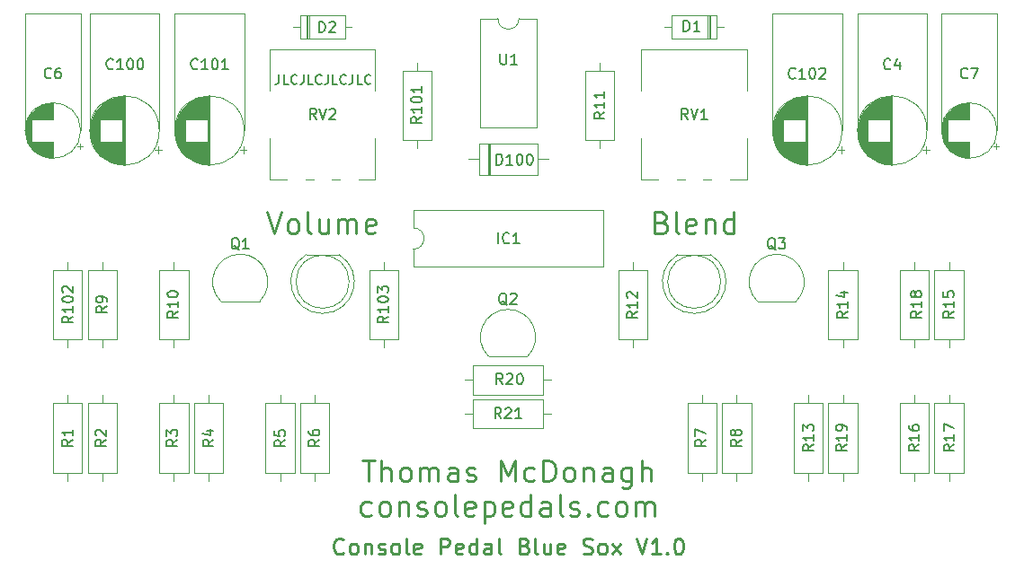
<source format=gbr>
G04 #@! TF.GenerationSoftware,KiCad,Pcbnew,(5.1.7)-1*
G04 #@! TF.CreationDate,2021-10-05T16:32:54-05:00*
G04 #@! TF.ProjectId,ConsolePedalBlueSox,436f6e73-6f6c-4655-9065-64616c426c75,rev?*
G04 #@! TF.SameCoordinates,Original*
G04 #@! TF.FileFunction,Legend,Top*
G04 #@! TF.FilePolarity,Positive*
%FSLAX46Y46*%
G04 Gerber Fmt 4.6, Leading zero omitted, Abs format (unit mm)*
G04 Created by KiCad (PCBNEW (5.1.7)-1) date 2021-10-05 16:32:54*
%MOMM*%
%LPD*%
G01*
G04 APERTURE LIST*
%ADD10C,0.250000*%
%ADD11C,0.150000*%
%ADD12C,0.120000*%
G04 APERTURE END LIST*
D10*
X147202380Y-90662142D02*
X147488095Y-90757380D01*
X147583333Y-90852619D01*
X147678571Y-91043095D01*
X147678571Y-91328809D01*
X147583333Y-91519285D01*
X147488095Y-91614523D01*
X147297619Y-91709761D01*
X146535714Y-91709761D01*
X146535714Y-89709761D01*
X147202380Y-89709761D01*
X147392857Y-89805000D01*
X147488095Y-89900238D01*
X147583333Y-90090714D01*
X147583333Y-90281190D01*
X147488095Y-90471666D01*
X147392857Y-90566904D01*
X147202380Y-90662142D01*
X146535714Y-90662142D01*
X148821428Y-91709761D02*
X148630952Y-91614523D01*
X148535714Y-91424047D01*
X148535714Y-89709761D01*
X150345238Y-91614523D02*
X150154761Y-91709761D01*
X149773809Y-91709761D01*
X149583333Y-91614523D01*
X149488095Y-91424047D01*
X149488095Y-90662142D01*
X149583333Y-90471666D01*
X149773809Y-90376428D01*
X150154761Y-90376428D01*
X150345238Y-90471666D01*
X150440476Y-90662142D01*
X150440476Y-90852619D01*
X149488095Y-91043095D01*
X151297619Y-90376428D02*
X151297619Y-91709761D01*
X151297619Y-90566904D02*
X151392857Y-90471666D01*
X151583333Y-90376428D01*
X151869047Y-90376428D01*
X152059523Y-90471666D01*
X152154761Y-90662142D01*
X152154761Y-91709761D01*
X153964285Y-91709761D02*
X153964285Y-89709761D01*
X153964285Y-91614523D02*
X153773809Y-91709761D01*
X153392857Y-91709761D01*
X153202380Y-91614523D01*
X153107142Y-91519285D01*
X153011904Y-91328809D01*
X153011904Y-90757380D01*
X153107142Y-90566904D01*
X153202380Y-90471666D01*
X153392857Y-90376428D01*
X153773809Y-90376428D01*
X153964285Y-90471666D01*
X110059523Y-89709761D02*
X110726190Y-91709761D01*
X111392857Y-89709761D01*
X112345238Y-91709761D02*
X112154761Y-91614523D01*
X112059523Y-91519285D01*
X111964285Y-91328809D01*
X111964285Y-90757380D01*
X112059523Y-90566904D01*
X112154761Y-90471666D01*
X112345238Y-90376428D01*
X112630952Y-90376428D01*
X112821428Y-90471666D01*
X112916666Y-90566904D01*
X113011904Y-90757380D01*
X113011904Y-91328809D01*
X112916666Y-91519285D01*
X112821428Y-91614523D01*
X112630952Y-91709761D01*
X112345238Y-91709761D01*
X114154761Y-91709761D02*
X113964285Y-91614523D01*
X113869047Y-91424047D01*
X113869047Y-89709761D01*
X115773809Y-90376428D02*
X115773809Y-91709761D01*
X114916666Y-90376428D02*
X114916666Y-91424047D01*
X115011904Y-91614523D01*
X115202380Y-91709761D01*
X115488095Y-91709761D01*
X115678571Y-91614523D01*
X115773809Y-91519285D01*
X116726190Y-91709761D02*
X116726190Y-90376428D01*
X116726190Y-90566904D02*
X116821428Y-90471666D01*
X117011904Y-90376428D01*
X117297619Y-90376428D01*
X117488095Y-90471666D01*
X117583333Y-90662142D01*
X117583333Y-91709761D01*
X117583333Y-90662142D02*
X117678571Y-90471666D01*
X117869047Y-90376428D01*
X118154761Y-90376428D01*
X118345238Y-90471666D01*
X118440476Y-90662142D01*
X118440476Y-91709761D01*
X120154761Y-91614523D02*
X119964285Y-91709761D01*
X119583333Y-91709761D01*
X119392857Y-91614523D01*
X119297619Y-91424047D01*
X119297619Y-90662142D01*
X119392857Y-90471666D01*
X119583333Y-90376428D01*
X119964285Y-90376428D01*
X120154761Y-90471666D01*
X120250000Y-90662142D01*
X120250000Y-90852619D01*
X119297619Y-91043095D01*
D11*
X111158857Y-76723142D02*
X111158857Y-77366000D01*
X111116000Y-77494571D01*
X111030285Y-77580285D01*
X110901714Y-77623142D01*
X110816000Y-77623142D01*
X112016000Y-77623142D02*
X111587428Y-77623142D01*
X111587428Y-76723142D01*
X112830285Y-77537428D02*
X112787428Y-77580285D01*
X112658857Y-77623142D01*
X112573142Y-77623142D01*
X112444571Y-77580285D01*
X112358857Y-77494571D01*
X112316000Y-77408857D01*
X112273142Y-77237428D01*
X112273142Y-77108857D01*
X112316000Y-76937428D01*
X112358857Y-76851714D01*
X112444571Y-76766000D01*
X112573142Y-76723142D01*
X112658857Y-76723142D01*
X112787428Y-76766000D01*
X112830285Y-76808857D01*
X113473142Y-76723142D02*
X113473142Y-77366000D01*
X113430285Y-77494571D01*
X113344571Y-77580285D01*
X113216000Y-77623142D01*
X113130285Y-77623142D01*
X114330285Y-77623142D02*
X113901714Y-77623142D01*
X113901714Y-76723142D01*
X115144571Y-77537428D02*
X115101714Y-77580285D01*
X114973142Y-77623142D01*
X114887428Y-77623142D01*
X114758857Y-77580285D01*
X114673142Y-77494571D01*
X114630285Y-77408857D01*
X114587428Y-77237428D01*
X114587428Y-77108857D01*
X114630285Y-76937428D01*
X114673142Y-76851714D01*
X114758857Y-76766000D01*
X114887428Y-76723142D01*
X114973142Y-76723142D01*
X115101714Y-76766000D01*
X115144571Y-76808857D01*
X115787428Y-76723142D02*
X115787428Y-77366000D01*
X115744571Y-77494571D01*
X115658857Y-77580285D01*
X115530285Y-77623142D01*
X115444571Y-77623142D01*
X116644571Y-77623142D02*
X116216000Y-77623142D01*
X116216000Y-76723142D01*
X117458857Y-77537428D02*
X117416000Y-77580285D01*
X117287428Y-77623142D01*
X117201714Y-77623142D01*
X117073142Y-77580285D01*
X116987428Y-77494571D01*
X116944571Y-77408857D01*
X116901714Y-77237428D01*
X116901714Y-77108857D01*
X116944571Y-76937428D01*
X116987428Y-76851714D01*
X117073142Y-76766000D01*
X117201714Y-76723142D01*
X117287428Y-76723142D01*
X117416000Y-76766000D01*
X117458857Y-76808857D01*
X118101714Y-76723142D02*
X118101714Y-77366000D01*
X118058857Y-77494571D01*
X117973142Y-77580285D01*
X117844571Y-77623142D01*
X117758857Y-77623142D01*
X118958857Y-77623142D02*
X118530285Y-77623142D01*
X118530285Y-76723142D01*
X119773142Y-77537428D02*
X119730285Y-77580285D01*
X119601714Y-77623142D01*
X119516000Y-77623142D01*
X119387428Y-77580285D01*
X119301714Y-77494571D01*
X119258857Y-77408857D01*
X119216000Y-77237428D01*
X119216000Y-77108857D01*
X119258857Y-76937428D01*
X119301714Y-76851714D01*
X119387428Y-76766000D01*
X119516000Y-76723142D01*
X119601714Y-76723142D01*
X119730285Y-76766000D01*
X119773142Y-76808857D01*
D10*
X117214285Y-121820714D02*
X117142857Y-121892142D01*
X116928571Y-121963571D01*
X116785714Y-121963571D01*
X116571428Y-121892142D01*
X116428571Y-121749285D01*
X116357142Y-121606428D01*
X116285714Y-121320714D01*
X116285714Y-121106428D01*
X116357142Y-120820714D01*
X116428571Y-120677857D01*
X116571428Y-120535000D01*
X116785714Y-120463571D01*
X116928571Y-120463571D01*
X117142857Y-120535000D01*
X117214285Y-120606428D01*
X118071428Y-121963571D02*
X117928571Y-121892142D01*
X117857142Y-121820714D01*
X117785714Y-121677857D01*
X117785714Y-121249285D01*
X117857142Y-121106428D01*
X117928571Y-121035000D01*
X118071428Y-120963571D01*
X118285714Y-120963571D01*
X118428571Y-121035000D01*
X118500000Y-121106428D01*
X118571428Y-121249285D01*
X118571428Y-121677857D01*
X118500000Y-121820714D01*
X118428571Y-121892142D01*
X118285714Y-121963571D01*
X118071428Y-121963571D01*
X119214285Y-120963571D02*
X119214285Y-121963571D01*
X119214285Y-121106428D02*
X119285714Y-121035000D01*
X119428571Y-120963571D01*
X119642857Y-120963571D01*
X119785714Y-121035000D01*
X119857142Y-121177857D01*
X119857142Y-121963571D01*
X120500000Y-121892142D02*
X120642857Y-121963571D01*
X120928571Y-121963571D01*
X121071428Y-121892142D01*
X121142857Y-121749285D01*
X121142857Y-121677857D01*
X121071428Y-121535000D01*
X120928571Y-121463571D01*
X120714285Y-121463571D01*
X120571428Y-121392142D01*
X120500000Y-121249285D01*
X120500000Y-121177857D01*
X120571428Y-121035000D01*
X120714285Y-120963571D01*
X120928571Y-120963571D01*
X121071428Y-121035000D01*
X122000000Y-121963571D02*
X121857142Y-121892142D01*
X121785714Y-121820714D01*
X121714285Y-121677857D01*
X121714285Y-121249285D01*
X121785714Y-121106428D01*
X121857142Y-121035000D01*
X122000000Y-120963571D01*
X122214285Y-120963571D01*
X122357142Y-121035000D01*
X122428571Y-121106428D01*
X122500000Y-121249285D01*
X122500000Y-121677857D01*
X122428571Y-121820714D01*
X122357142Y-121892142D01*
X122214285Y-121963571D01*
X122000000Y-121963571D01*
X123357142Y-121963571D02*
X123214285Y-121892142D01*
X123142857Y-121749285D01*
X123142857Y-120463571D01*
X124500000Y-121892142D02*
X124357142Y-121963571D01*
X124071428Y-121963571D01*
X123928571Y-121892142D01*
X123857142Y-121749285D01*
X123857142Y-121177857D01*
X123928571Y-121035000D01*
X124071428Y-120963571D01*
X124357142Y-120963571D01*
X124500000Y-121035000D01*
X124571428Y-121177857D01*
X124571428Y-121320714D01*
X123857142Y-121463571D01*
X126357142Y-121963571D02*
X126357142Y-120463571D01*
X126928571Y-120463571D01*
X127071428Y-120535000D01*
X127142857Y-120606428D01*
X127214285Y-120749285D01*
X127214285Y-120963571D01*
X127142857Y-121106428D01*
X127071428Y-121177857D01*
X126928571Y-121249285D01*
X126357142Y-121249285D01*
X128428571Y-121892142D02*
X128285714Y-121963571D01*
X128000000Y-121963571D01*
X127857142Y-121892142D01*
X127785714Y-121749285D01*
X127785714Y-121177857D01*
X127857142Y-121035000D01*
X128000000Y-120963571D01*
X128285714Y-120963571D01*
X128428571Y-121035000D01*
X128500000Y-121177857D01*
X128500000Y-121320714D01*
X127785714Y-121463571D01*
X129785714Y-121963571D02*
X129785714Y-120463571D01*
X129785714Y-121892142D02*
X129642857Y-121963571D01*
X129357142Y-121963571D01*
X129214285Y-121892142D01*
X129142857Y-121820714D01*
X129071428Y-121677857D01*
X129071428Y-121249285D01*
X129142857Y-121106428D01*
X129214285Y-121035000D01*
X129357142Y-120963571D01*
X129642857Y-120963571D01*
X129785714Y-121035000D01*
X131142857Y-121963571D02*
X131142857Y-121177857D01*
X131071428Y-121035000D01*
X130928571Y-120963571D01*
X130642857Y-120963571D01*
X130500000Y-121035000D01*
X131142857Y-121892142D02*
X131000000Y-121963571D01*
X130642857Y-121963571D01*
X130500000Y-121892142D01*
X130428571Y-121749285D01*
X130428571Y-121606428D01*
X130500000Y-121463571D01*
X130642857Y-121392142D01*
X131000000Y-121392142D01*
X131142857Y-121320714D01*
X132071428Y-121963571D02*
X131928571Y-121892142D01*
X131857142Y-121749285D01*
X131857142Y-120463571D01*
X134285714Y-121177857D02*
X134500000Y-121249285D01*
X134571428Y-121320714D01*
X134642857Y-121463571D01*
X134642857Y-121677857D01*
X134571428Y-121820714D01*
X134500000Y-121892142D01*
X134357142Y-121963571D01*
X133785714Y-121963571D01*
X133785714Y-120463571D01*
X134285714Y-120463571D01*
X134428571Y-120535000D01*
X134500000Y-120606428D01*
X134571428Y-120749285D01*
X134571428Y-120892142D01*
X134500000Y-121035000D01*
X134428571Y-121106428D01*
X134285714Y-121177857D01*
X133785714Y-121177857D01*
X135500000Y-121963571D02*
X135357142Y-121892142D01*
X135285714Y-121749285D01*
X135285714Y-120463571D01*
X136714285Y-120963571D02*
X136714285Y-121963571D01*
X136071428Y-120963571D02*
X136071428Y-121749285D01*
X136142857Y-121892142D01*
X136285714Y-121963571D01*
X136500000Y-121963571D01*
X136642857Y-121892142D01*
X136714285Y-121820714D01*
X138000000Y-121892142D02*
X137857142Y-121963571D01*
X137571428Y-121963571D01*
X137428571Y-121892142D01*
X137357142Y-121749285D01*
X137357142Y-121177857D01*
X137428571Y-121035000D01*
X137571428Y-120963571D01*
X137857142Y-120963571D01*
X138000000Y-121035000D01*
X138071428Y-121177857D01*
X138071428Y-121320714D01*
X137357142Y-121463571D01*
X139785714Y-121892142D02*
X140000000Y-121963571D01*
X140357142Y-121963571D01*
X140500000Y-121892142D01*
X140571428Y-121820714D01*
X140642857Y-121677857D01*
X140642857Y-121535000D01*
X140571428Y-121392142D01*
X140500000Y-121320714D01*
X140357142Y-121249285D01*
X140071428Y-121177857D01*
X139928571Y-121106428D01*
X139857142Y-121035000D01*
X139785714Y-120892142D01*
X139785714Y-120749285D01*
X139857142Y-120606428D01*
X139928571Y-120535000D01*
X140071428Y-120463571D01*
X140428571Y-120463571D01*
X140642857Y-120535000D01*
X141500000Y-121963571D02*
X141357142Y-121892142D01*
X141285714Y-121820714D01*
X141214285Y-121677857D01*
X141214285Y-121249285D01*
X141285714Y-121106428D01*
X141357142Y-121035000D01*
X141500000Y-120963571D01*
X141714285Y-120963571D01*
X141857142Y-121035000D01*
X141928571Y-121106428D01*
X142000000Y-121249285D01*
X142000000Y-121677857D01*
X141928571Y-121820714D01*
X141857142Y-121892142D01*
X141714285Y-121963571D01*
X141500000Y-121963571D01*
X142500000Y-121963571D02*
X143285714Y-120963571D01*
X142500000Y-120963571D02*
X143285714Y-121963571D01*
X144785714Y-120463571D02*
X145285714Y-121963571D01*
X145785714Y-120463571D01*
X147071428Y-121963571D02*
X146214285Y-121963571D01*
X146642857Y-121963571D02*
X146642857Y-120463571D01*
X146500000Y-120677857D01*
X146357142Y-120820714D01*
X146214285Y-120892142D01*
X147714285Y-121820714D02*
X147785714Y-121892142D01*
X147714285Y-121963571D01*
X147642857Y-121892142D01*
X147714285Y-121820714D01*
X147714285Y-121963571D01*
X148714285Y-120463571D02*
X148857142Y-120463571D01*
X149000000Y-120535000D01*
X149071428Y-120606428D01*
X149142857Y-120749285D01*
X149214285Y-121035000D01*
X149214285Y-121392142D01*
X149142857Y-121677857D01*
X149071428Y-121820714D01*
X149000000Y-121892142D01*
X148857142Y-121963571D01*
X148714285Y-121963571D01*
X148571428Y-121892142D01*
X148500000Y-121820714D01*
X148428571Y-121677857D01*
X148357142Y-121392142D01*
X148357142Y-121035000D01*
X148428571Y-120749285D01*
X148500000Y-120606428D01*
X148571428Y-120535000D01*
X148714285Y-120463571D01*
X119000714Y-113103761D02*
X120143571Y-113103761D01*
X119572142Y-115103761D02*
X119572142Y-113103761D01*
X120810238Y-115103761D02*
X120810238Y-113103761D01*
X121667380Y-115103761D02*
X121667380Y-114056142D01*
X121572142Y-113865666D01*
X121381666Y-113770428D01*
X121095952Y-113770428D01*
X120905476Y-113865666D01*
X120810238Y-113960904D01*
X122905476Y-115103761D02*
X122715000Y-115008523D01*
X122619761Y-114913285D01*
X122524523Y-114722809D01*
X122524523Y-114151380D01*
X122619761Y-113960904D01*
X122715000Y-113865666D01*
X122905476Y-113770428D01*
X123191190Y-113770428D01*
X123381666Y-113865666D01*
X123476904Y-113960904D01*
X123572142Y-114151380D01*
X123572142Y-114722809D01*
X123476904Y-114913285D01*
X123381666Y-115008523D01*
X123191190Y-115103761D01*
X122905476Y-115103761D01*
X124429285Y-115103761D02*
X124429285Y-113770428D01*
X124429285Y-113960904D02*
X124524523Y-113865666D01*
X124715000Y-113770428D01*
X125000714Y-113770428D01*
X125191190Y-113865666D01*
X125286428Y-114056142D01*
X125286428Y-115103761D01*
X125286428Y-114056142D02*
X125381666Y-113865666D01*
X125572142Y-113770428D01*
X125857857Y-113770428D01*
X126048333Y-113865666D01*
X126143571Y-114056142D01*
X126143571Y-115103761D01*
X127953095Y-115103761D02*
X127953095Y-114056142D01*
X127857857Y-113865666D01*
X127667380Y-113770428D01*
X127286428Y-113770428D01*
X127095952Y-113865666D01*
X127953095Y-115008523D02*
X127762619Y-115103761D01*
X127286428Y-115103761D01*
X127095952Y-115008523D01*
X127000714Y-114818047D01*
X127000714Y-114627571D01*
X127095952Y-114437095D01*
X127286428Y-114341857D01*
X127762619Y-114341857D01*
X127953095Y-114246619D01*
X128810238Y-115008523D02*
X129000714Y-115103761D01*
X129381666Y-115103761D01*
X129572142Y-115008523D01*
X129667380Y-114818047D01*
X129667380Y-114722809D01*
X129572142Y-114532333D01*
X129381666Y-114437095D01*
X129095952Y-114437095D01*
X128905476Y-114341857D01*
X128810238Y-114151380D01*
X128810238Y-114056142D01*
X128905476Y-113865666D01*
X129095952Y-113770428D01*
X129381666Y-113770428D01*
X129572142Y-113865666D01*
X132048333Y-115103761D02*
X132048333Y-113103761D01*
X132715000Y-114532333D01*
X133381666Y-113103761D01*
X133381666Y-115103761D01*
X135191190Y-115008523D02*
X135000714Y-115103761D01*
X134619761Y-115103761D01*
X134429285Y-115008523D01*
X134334047Y-114913285D01*
X134238809Y-114722809D01*
X134238809Y-114151380D01*
X134334047Y-113960904D01*
X134429285Y-113865666D01*
X134619761Y-113770428D01*
X135000714Y-113770428D01*
X135191190Y-113865666D01*
X136048333Y-115103761D02*
X136048333Y-113103761D01*
X136524523Y-113103761D01*
X136810238Y-113199000D01*
X137000714Y-113389476D01*
X137095952Y-113579952D01*
X137191190Y-113960904D01*
X137191190Y-114246619D01*
X137095952Y-114627571D01*
X137000714Y-114818047D01*
X136810238Y-115008523D01*
X136524523Y-115103761D01*
X136048333Y-115103761D01*
X138334047Y-115103761D02*
X138143571Y-115008523D01*
X138048333Y-114913285D01*
X137953095Y-114722809D01*
X137953095Y-114151380D01*
X138048333Y-113960904D01*
X138143571Y-113865666D01*
X138334047Y-113770428D01*
X138619761Y-113770428D01*
X138810238Y-113865666D01*
X138905476Y-113960904D01*
X139000714Y-114151380D01*
X139000714Y-114722809D01*
X138905476Y-114913285D01*
X138810238Y-115008523D01*
X138619761Y-115103761D01*
X138334047Y-115103761D01*
X139857857Y-113770428D02*
X139857857Y-115103761D01*
X139857857Y-113960904D02*
X139953095Y-113865666D01*
X140143571Y-113770428D01*
X140429285Y-113770428D01*
X140619761Y-113865666D01*
X140715000Y-114056142D01*
X140715000Y-115103761D01*
X142524523Y-115103761D02*
X142524523Y-114056142D01*
X142429285Y-113865666D01*
X142238809Y-113770428D01*
X141857857Y-113770428D01*
X141667380Y-113865666D01*
X142524523Y-115008523D02*
X142334047Y-115103761D01*
X141857857Y-115103761D01*
X141667380Y-115008523D01*
X141572142Y-114818047D01*
X141572142Y-114627571D01*
X141667380Y-114437095D01*
X141857857Y-114341857D01*
X142334047Y-114341857D01*
X142524523Y-114246619D01*
X144334047Y-113770428D02*
X144334047Y-115389476D01*
X144238809Y-115579952D01*
X144143571Y-115675190D01*
X143953095Y-115770428D01*
X143667380Y-115770428D01*
X143476904Y-115675190D01*
X144334047Y-115008523D02*
X144143571Y-115103761D01*
X143762619Y-115103761D01*
X143572142Y-115008523D01*
X143476904Y-114913285D01*
X143381666Y-114722809D01*
X143381666Y-114151380D01*
X143476904Y-113960904D01*
X143572142Y-113865666D01*
X143762619Y-113770428D01*
X144143571Y-113770428D01*
X144334047Y-113865666D01*
X145286428Y-115103761D02*
X145286428Y-113103761D01*
X146143571Y-115103761D02*
X146143571Y-114056142D01*
X146048333Y-113865666D01*
X145857857Y-113770428D01*
X145572142Y-113770428D01*
X145381666Y-113865666D01*
X145286428Y-113960904D01*
X119810238Y-118258523D02*
X119619761Y-118353761D01*
X119238809Y-118353761D01*
X119048333Y-118258523D01*
X118953095Y-118163285D01*
X118857857Y-117972809D01*
X118857857Y-117401380D01*
X118953095Y-117210904D01*
X119048333Y-117115666D01*
X119238809Y-117020428D01*
X119619761Y-117020428D01*
X119810238Y-117115666D01*
X120953095Y-118353761D02*
X120762619Y-118258523D01*
X120667380Y-118163285D01*
X120572142Y-117972809D01*
X120572142Y-117401380D01*
X120667380Y-117210904D01*
X120762619Y-117115666D01*
X120953095Y-117020428D01*
X121238809Y-117020428D01*
X121429285Y-117115666D01*
X121524523Y-117210904D01*
X121619761Y-117401380D01*
X121619761Y-117972809D01*
X121524523Y-118163285D01*
X121429285Y-118258523D01*
X121238809Y-118353761D01*
X120953095Y-118353761D01*
X122476904Y-117020428D02*
X122476904Y-118353761D01*
X122476904Y-117210904D02*
X122572142Y-117115666D01*
X122762619Y-117020428D01*
X123048333Y-117020428D01*
X123238809Y-117115666D01*
X123334047Y-117306142D01*
X123334047Y-118353761D01*
X124191190Y-118258523D02*
X124381666Y-118353761D01*
X124762619Y-118353761D01*
X124953095Y-118258523D01*
X125048333Y-118068047D01*
X125048333Y-117972809D01*
X124953095Y-117782333D01*
X124762619Y-117687095D01*
X124476904Y-117687095D01*
X124286428Y-117591857D01*
X124191190Y-117401380D01*
X124191190Y-117306142D01*
X124286428Y-117115666D01*
X124476904Y-117020428D01*
X124762619Y-117020428D01*
X124953095Y-117115666D01*
X126191190Y-118353761D02*
X126000714Y-118258523D01*
X125905476Y-118163285D01*
X125810238Y-117972809D01*
X125810238Y-117401380D01*
X125905476Y-117210904D01*
X126000714Y-117115666D01*
X126191190Y-117020428D01*
X126476904Y-117020428D01*
X126667380Y-117115666D01*
X126762619Y-117210904D01*
X126857857Y-117401380D01*
X126857857Y-117972809D01*
X126762619Y-118163285D01*
X126667380Y-118258523D01*
X126476904Y-118353761D01*
X126191190Y-118353761D01*
X128000714Y-118353761D02*
X127810238Y-118258523D01*
X127715000Y-118068047D01*
X127715000Y-116353761D01*
X129524523Y-118258523D02*
X129334047Y-118353761D01*
X128953095Y-118353761D01*
X128762619Y-118258523D01*
X128667380Y-118068047D01*
X128667380Y-117306142D01*
X128762619Y-117115666D01*
X128953095Y-117020428D01*
X129334047Y-117020428D01*
X129524523Y-117115666D01*
X129619761Y-117306142D01*
X129619761Y-117496619D01*
X128667380Y-117687095D01*
X130476904Y-117020428D02*
X130476904Y-119020428D01*
X130476904Y-117115666D02*
X130667380Y-117020428D01*
X131048333Y-117020428D01*
X131238809Y-117115666D01*
X131334047Y-117210904D01*
X131429285Y-117401380D01*
X131429285Y-117972809D01*
X131334047Y-118163285D01*
X131238809Y-118258523D01*
X131048333Y-118353761D01*
X130667380Y-118353761D01*
X130476904Y-118258523D01*
X133048333Y-118258523D02*
X132857857Y-118353761D01*
X132476904Y-118353761D01*
X132286428Y-118258523D01*
X132191190Y-118068047D01*
X132191190Y-117306142D01*
X132286428Y-117115666D01*
X132476904Y-117020428D01*
X132857857Y-117020428D01*
X133048333Y-117115666D01*
X133143571Y-117306142D01*
X133143571Y-117496619D01*
X132191190Y-117687095D01*
X134857857Y-118353761D02*
X134857857Y-116353761D01*
X134857857Y-118258523D02*
X134667380Y-118353761D01*
X134286428Y-118353761D01*
X134095952Y-118258523D01*
X134000714Y-118163285D01*
X133905476Y-117972809D01*
X133905476Y-117401380D01*
X134000714Y-117210904D01*
X134095952Y-117115666D01*
X134286428Y-117020428D01*
X134667380Y-117020428D01*
X134857857Y-117115666D01*
X136667380Y-118353761D02*
X136667380Y-117306142D01*
X136572142Y-117115666D01*
X136381666Y-117020428D01*
X136000714Y-117020428D01*
X135810238Y-117115666D01*
X136667380Y-118258523D02*
X136476904Y-118353761D01*
X136000714Y-118353761D01*
X135810238Y-118258523D01*
X135715000Y-118068047D01*
X135715000Y-117877571D01*
X135810238Y-117687095D01*
X136000714Y-117591857D01*
X136476904Y-117591857D01*
X136667380Y-117496619D01*
X137905476Y-118353761D02*
X137715000Y-118258523D01*
X137619761Y-118068047D01*
X137619761Y-116353761D01*
X138572142Y-118258523D02*
X138762619Y-118353761D01*
X139143571Y-118353761D01*
X139334047Y-118258523D01*
X139429285Y-118068047D01*
X139429285Y-117972809D01*
X139334047Y-117782333D01*
X139143571Y-117687095D01*
X138857857Y-117687095D01*
X138667380Y-117591857D01*
X138572142Y-117401380D01*
X138572142Y-117306142D01*
X138667380Y-117115666D01*
X138857857Y-117020428D01*
X139143571Y-117020428D01*
X139334047Y-117115666D01*
X140286428Y-118163285D02*
X140381666Y-118258523D01*
X140286428Y-118353761D01*
X140191190Y-118258523D01*
X140286428Y-118163285D01*
X140286428Y-118353761D01*
X142095952Y-118258523D02*
X141905476Y-118353761D01*
X141524523Y-118353761D01*
X141334047Y-118258523D01*
X141238809Y-118163285D01*
X141143571Y-117972809D01*
X141143571Y-117401380D01*
X141238809Y-117210904D01*
X141334047Y-117115666D01*
X141524523Y-117020428D01*
X141905476Y-117020428D01*
X142095952Y-117115666D01*
X143238809Y-118353761D02*
X143048333Y-118258523D01*
X142953095Y-118163285D01*
X142857857Y-117972809D01*
X142857857Y-117401380D01*
X142953095Y-117210904D01*
X143048333Y-117115666D01*
X143238809Y-117020428D01*
X143524523Y-117020428D01*
X143715000Y-117115666D01*
X143810238Y-117210904D01*
X143905476Y-117401380D01*
X143905476Y-117972809D01*
X143810238Y-118163285D01*
X143715000Y-118258523D01*
X143524523Y-118353761D01*
X143238809Y-118353761D01*
X144762619Y-118353761D02*
X144762619Y-117020428D01*
X144762619Y-117210904D02*
X144857857Y-117115666D01*
X145048333Y-117020428D01*
X145334047Y-117020428D01*
X145524523Y-117115666D01*
X145619761Y-117306142D01*
X145619761Y-118353761D01*
X145619761Y-117306142D02*
X145715000Y-117115666D01*
X145905476Y-117020428D01*
X146191190Y-117020428D01*
X146381666Y-117115666D01*
X146476904Y-117306142D01*
X146476904Y-118353761D01*
D12*
G04 #@! TO.C,R21*
X136755000Y-108712000D02*
X135985000Y-108712000D01*
X128675000Y-108712000D02*
X129445000Y-108712000D01*
X135985000Y-107342000D02*
X129445000Y-107342000D01*
X135985000Y-110082000D02*
X135985000Y-107342000D01*
X129445000Y-110082000D02*
X135985000Y-110082000D01*
X129445000Y-107342000D02*
X129445000Y-110082000D01*
G04 #@! TO.C,D3*
X116795000Y-93710000D02*
X113705000Y-93710000D01*
X117750000Y-96270000D02*
G75*
G03*
X117750000Y-96270000I-2500000J0D01*
G01*
X115249538Y-99260000D02*
G75*
G03*
X116794830Y-93710000I462J2990000D01*
G01*
X115250462Y-99260000D02*
G75*
G02*
X113705170Y-93710000I-462J2990000D01*
G01*
G04 #@! TO.C,D4*
X152750000Y-96270000D02*
G75*
G03*
X152750000Y-96270000I-2500000J0D01*
G01*
X151795000Y-93710000D02*
X148705000Y-93710000D01*
X150250462Y-99260000D02*
G75*
G02*
X148705170Y-93710000I-462J2990000D01*
G01*
X150249538Y-99260000D02*
G75*
G03*
X151794830Y-93710000I462J2990000D01*
G01*
G04 #@! TO.C,C4*
X172085241Y-84154000D02*
X172085241Y-83524000D01*
X172400241Y-83839000D02*
X171770241Y-83839000D01*
X165659000Y-82402000D02*
X165659000Y-81598000D01*
X165699000Y-82633000D02*
X165699000Y-81367000D01*
X165739000Y-82802000D02*
X165739000Y-81198000D01*
X165779000Y-82940000D02*
X165779000Y-81060000D01*
X165819000Y-83059000D02*
X165819000Y-80941000D01*
X165859000Y-83165000D02*
X165859000Y-80835000D01*
X165899000Y-83262000D02*
X165899000Y-80738000D01*
X165939000Y-83350000D02*
X165939000Y-80650000D01*
X165979000Y-83432000D02*
X165979000Y-80568000D01*
X166019000Y-83509000D02*
X166019000Y-80491000D01*
X166059000Y-83581000D02*
X166059000Y-80419000D01*
X166099000Y-83650000D02*
X166099000Y-80350000D01*
X166139000Y-83714000D02*
X166139000Y-80286000D01*
X166179000Y-83776000D02*
X166179000Y-80224000D01*
X166219000Y-83834000D02*
X166219000Y-80166000D01*
X166259000Y-83890000D02*
X166259000Y-80110000D01*
X166299000Y-83944000D02*
X166299000Y-80056000D01*
X166339000Y-83995000D02*
X166339000Y-80005000D01*
X166379000Y-84044000D02*
X166379000Y-79956000D01*
X166419000Y-84092000D02*
X166419000Y-79908000D01*
X166459000Y-84137000D02*
X166459000Y-79863000D01*
X166499000Y-84182000D02*
X166499000Y-79818000D01*
X166539000Y-84224000D02*
X166539000Y-79776000D01*
X166579000Y-84265000D02*
X166579000Y-79735000D01*
X166619000Y-80960000D02*
X166619000Y-79695000D01*
X166619000Y-84305000D02*
X166619000Y-83040000D01*
X166659000Y-80960000D02*
X166659000Y-79657000D01*
X166659000Y-84343000D02*
X166659000Y-83040000D01*
X166699000Y-80960000D02*
X166699000Y-79620000D01*
X166699000Y-84380000D02*
X166699000Y-83040000D01*
X166739000Y-80960000D02*
X166739000Y-79584000D01*
X166739000Y-84416000D02*
X166739000Y-83040000D01*
X166779000Y-80960000D02*
X166779000Y-79550000D01*
X166779000Y-84450000D02*
X166779000Y-83040000D01*
X166819000Y-80960000D02*
X166819000Y-79516000D01*
X166819000Y-84484000D02*
X166819000Y-83040000D01*
X166859000Y-80960000D02*
X166859000Y-79484000D01*
X166859000Y-84516000D02*
X166859000Y-83040000D01*
X166899000Y-80960000D02*
X166899000Y-79452000D01*
X166899000Y-84548000D02*
X166899000Y-83040000D01*
X166939000Y-80960000D02*
X166939000Y-79422000D01*
X166939000Y-84578000D02*
X166939000Y-83040000D01*
X166979000Y-80960000D02*
X166979000Y-79393000D01*
X166979000Y-84607000D02*
X166979000Y-83040000D01*
X167019000Y-80960000D02*
X167019000Y-79364000D01*
X167019000Y-84636000D02*
X167019000Y-83040000D01*
X167059000Y-80960000D02*
X167059000Y-79336000D01*
X167059000Y-84664000D02*
X167059000Y-83040000D01*
X167099000Y-80960000D02*
X167099000Y-79310000D01*
X167099000Y-84690000D02*
X167099000Y-83040000D01*
X167139000Y-80960000D02*
X167139000Y-79284000D01*
X167139000Y-84716000D02*
X167139000Y-83040000D01*
X167179000Y-80960000D02*
X167179000Y-79258000D01*
X167179000Y-84742000D02*
X167179000Y-83040000D01*
X167219000Y-80960000D02*
X167219000Y-79234000D01*
X167219000Y-84766000D02*
X167219000Y-83040000D01*
X167259000Y-80960000D02*
X167259000Y-79210000D01*
X167259000Y-84790000D02*
X167259000Y-83040000D01*
X167299000Y-80960000D02*
X167299000Y-79188000D01*
X167299000Y-84812000D02*
X167299000Y-83040000D01*
X167339000Y-80960000D02*
X167339000Y-79166000D01*
X167339000Y-84834000D02*
X167339000Y-83040000D01*
X167379000Y-80960000D02*
X167379000Y-79144000D01*
X167379000Y-84856000D02*
X167379000Y-83040000D01*
X167419000Y-80960000D02*
X167419000Y-79124000D01*
X167419000Y-84876000D02*
X167419000Y-83040000D01*
X167459000Y-80960000D02*
X167459000Y-79104000D01*
X167459000Y-84896000D02*
X167459000Y-83040000D01*
X167499000Y-80960000D02*
X167499000Y-79084000D01*
X167499000Y-84916000D02*
X167499000Y-83040000D01*
X167539000Y-80960000D02*
X167539000Y-79066000D01*
X167539000Y-84934000D02*
X167539000Y-83040000D01*
X167579000Y-80960000D02*
X167579000Y-79048000D01*
X167579000Y-84952000D02*
X167579000Y-83040000D01*
X167619000Y-80960000D02*
X167619000Y-79030000D01*
X167619000Y-84970000D02*
X167619000Y-83040000D01*
X167659000Y-80960000D02*
X167659000Y-79014000D01*
X167659000Y-84986000D02*
X167659000Y-83040000D01*
X167699000Y-80960000D02*
X167699000Y-78998000D01*
X167699000Y-85002000D02*
X167699000Y-83040000D01*
X167739000Y-80960000D02*
X167739000Y-78982000D01*
X167739000Y-85018000D02*
X167739000Y-83040000D01*
X167779000Y-80960000D02*
X167779000Y-78967000D01*
X167779000Y-85033000D02*
X167779000Y-83040000D01*
X167819000Y-80960000D02*
X167819000Y-78953000D01*
X167819000Y-85047000D02*
X167819000Y-83040000D01*
X167859000Y-80960000D02*
X167859000Y-78939000D01*
X167859000Y-85061000D02*
X167859000Y-83040000D01*
X167899000Y-80960000D02*
X167899000Y-78926000D01*
X167899000Y-85074000D02*
X167899000Y-83040000D01*
X167939000Y-80960000D02*
X167939000Y-78914000D01*
X167939000Y-85086000D02*
X167939000Y-83040000D01*
X167979000Y-80960000D02*
X167979000Y-78902000D01*
X167979000Y-85098000D02*
X167979000Y-83040000D01*
X168019000Y-80960000D02*
X168019000Y-78890000D01*
X168019000Y-85110000D02*
X168019000Y-83040000D01*
X168059000Y-80960000D02*
X168059000Y-78879000D01*
X168059000Y-85121000D02*
X168059000Y-83040000D01*
X168099000Y-80960000D02*
X168099000Y-78869000D01*
X168099000Y-85131000D02*
X168099000Y-83040000D01*
X168139000Y-80960000D02*
X168139000Y-78859000D01*
X168139000Y-85141000D02*
X168139000Y-83040000D01*
X168179000Y-80960000D02*
X168179000Y-78850000D01*
X168179000Y-85150000D02*
X168179000Y-83040000D01*
X168220000Y-80960000D02*
X168220000Y-78841000D01*
X168220000Y-85159000D02*
X168220000Y-83040000D01*
X168260000Y-80960000D02*
X168260000Y-78833000D01*
X168260000Y-85167000D02*
X168260000Y-83040000D01*
X168300000Y-80960000D02*
X168300000Y-78825000D01*
X168300000Y-85175000D02*
X168300000Y-83040000D01*
X168340000Y-80960000D02*
X168340000Y-78818000D01*
X168340000Y-85182000D02*
X168340000Y-83040000D01*
X168380000Y-80960000D02*
X168380000Y-78811000D01*
X168380000Y-85189000D02*
X168380000Y-83040000D01*
X168420000Y-80960000D02*
X168420000Y-78805000D01*
X168420000Y-85195000D02*
X168420000Y-83040000D01*
X168460000Y-80960000D02*
X168460000Y-78799000D01*
X168460000Y-85201000D02*
X168460000Y-83040000D01*
X168500000Y-80960000D02*
X168500000Y-78794000D01*
X168500000Y-85206000D02*
X168500000Y-83040000D01*
X168540000Y-80960000D02*
X168540000Y-78789000D01*
X168540000Y-85211000D02*
X168540000Y-83040000D01*
X168580000Y-80960000D02*
X168580000Y-78785000D01*
X168580000Y-85215000D02*
X168580000Y-83040000D01*
X168620000Y-80960000D02*
X168620000Y-78782000D01*
X168620000Y-85218000D02*
X168620000Y-83040000D01*
X168660000Y-80960000D02*
X168660000Y-78778000D01*
X168660000Y-85222000D02*
X168660000Y-83040000D01*
X168700000Y-85224000D02*
X168700000Y-78776000D01*
X168740000Y-85227000D02*
X168740000Y-78773000D01*
X168780000Y-85228000D02*
X168780000Y-78772000D01*
X168820000Y-85230000D02*
X168820000Y-78770000D01*
X168860000Y-85230000D02*
X168860000Y-78770000D01*
X168900000Y-85230000D02*
X168900000Y-78770000D01*
X172170000Y-82000000D02*
G75*
G03*
X172170000Y-82000000I-3270000J0D01*
G01*
X172170000Y-82000000D02*
X172170000Y-71000000D01*
X165630000Y-82000000D02*
X165630000Y-71000000D01*
X172170000Y-71000000D02*
X165630000Y-71000000D01*
G04 #@! TO.C,C6*
X92404775Y-83725000D02*
X92404775Y-83225000D01*
X92654775Y-83475000D02*
X92154775Y-83475000D01*
X87249000Y-82284000D02*
X87249000Y-81716000D01*
X87289000Y-82518000D02*
X87289000Y-81482000D01*
X87329000Y-82677000D02*
X87329000Y-81323000D01*
X87369000Y-82805000D02*
X87369000Y-81195000D01*
X87409000Y-82915000D02*
X87409000Y-81085000D01*
X87449000Y-83011000D02*
X87449000Y-80989000D01*
X87489000Y-83098000D02*
X87489000Y-80902000D01*
X87529000Y-83178000D02*
X87529000Y-80822000D01*
X87569000Y-83251000D02*
X87569000Y-80749000D01*
X87609000Y-83319000D02*
X87609000Y-80681000D01*
X87649000Y-83383000D02*
X87649000Y-80617000D01*
X87689000Y-83443000D02*
X87689000Y-80557000D01*
X87729000Y-83500000D02*
X87729000Y-80500000D01*
X87769000Y-83554000D02*
X87769000Y-80446000D01*
X87809000Y-83605000D02*
X87809000Y-80395000D01*
X87849000Y-80960000D02*
X87849000Y-80347000D01*
X87849000Y-83653000D02*
X87849000Y-83040000D01*
X87889000Y-80960000D02*
X87889000Y-80301000D01*
X87889000Y-83699000D02*
X87889000Y-83040000D01*
X87929000Y-80960000D02*
X87929000Y-80257000D01*
X87929000Y-83743000D02*
X87929000Y-83040000D01*
X87969000Y-80960000D02*
X87969000Y-80215000D01*
X87969000Y-83785000D02*
X87969000Y-83040000D01*
X88009000Y-80960000D02*
X88009000Y-80174000D01*
X88009000Y-83826000D02*
X88009000Y-83040000D01*
X88049000Y-80960000D02*
X88049000Y-80136000D01*
X88049000Y-83864000D02*
X88049000Y-83040000D01*
X88089000Y-80960000D02*
X88089000Y-80099000D01*
X88089000Y-83901000D02*
X88089000Y-83040000D01*
X88129000Y-80960000D02*
X88129000Y-80063000D01*
X88129000Y-83937000D02*
X88129000Y-83040000D01*
X88169000Y-80960000D02*
X88169000Y-80029000D01*
X88169000Y-83971000D02*
X88169000Y-83040000D01*
X88209000Y-80960000D02*
X88209000Y-79996000D01*
X88209000Y-84004000D02*
X88209000Y-83040000D01*
X88249000Y-80960000D02*
X88249000Y-79965000D01*
X88249000Y-84035000D02*
X88249000Y-83040000D01*
X88289000Y-80960000D02*
X88289000Y-79935000D01*
X88289000Y-84065000D02*
X88289000Y-83040000D01*
X88329000Y-80960000D02*
X88329000Y-79905000D01*
X88329000Y-84095000D02*
X88329000Y-83040000D01*
X88369000Y-80960000D02*
X88369000Y-79878000D01*
X88369000Y-84122000D02*
X88369000Y-83040000D01*
X88409000Y-80960000D02*
X88409000Y-79851000D01*
X88409000Y-84149000D02*
X88409000Y-83040000D01*
X88449000Y-80960000D02*
X88449000Y-79825000D01*
X88449000Y-84175000D02*
X88449000Y-83040000D01*
X88489000Y-80960000D02*
X88489000Y-79800000D01*
X88489000Y-84200000D02*
X88489000Y-83040000D01*
X88529000Y-80960000D02*
X88529000Y-79776000D01*
X88529000Y-84224000D02*
X88529000Y-83040000D01*
X88569000Y-80960000D02*
X88569000Y-79753000D01*
X88569000Y-84247000D02*
X88569000Y-83040000D01*
X88609000Y-80960000D02*
X88609000Y-79732000D01*
X88609000Y-84268000D02*
X88609000Y-83040000D01*
X88649000Y-80960000D02*
X88649000Y-79710000D01*
X88649000Y-84290000D02*
X88649000Y-83040000D01*
X88689000Y-80960000D02*
X88689000Y-79690000D01*
X88689000Y-84310000D02*
X88689000Y-83040000D01*
X88729000Y-80960000D02*
X88729000Y-79671000D01*
X88729000Y-84329000D02*
X88729000Y-83040000D01*
X88769000Y-80960000D02*
X88769000Y-79652000D01*
X88769000Y-84348000D02*
X88769000Y-83040000D01*
X88809000Y-80960000D02*
X88809000Y-79635000D01*
X88809000Y-84365000D02*
X88809000Y-83040000D01*
X88849000Y-80960000D02*
X88849000Y-79618000D01*
X88849000Y-84382000D02*
X88849000Y-83040000D01*
X88889000Y-80960000D02*
X88889000Y-79602000D01*
X88889000Y-84398000D02*
X88889000Y-83040000D01*
X88929000Y-80960000D02*
X88929000Y-79586000D01*
X88929000Y-84414000D02*
X88929000Y-83040000D01*
X88969000Y-80960000D02*
X88969000Y-79572000D01*
X88969000Y-84428000D02*
X88969000Y-83040000D01*
X89009000Y-80960000D02*
X89009000Y-79558000D01*
X89009000Y-84442000D02*
X89009000Y-83040000D01*
X89049000Y-80960000D02*
X89049000Y-79545000D01*
X89049000Y-84455000D02*
X89049000Y-83040000D01*
X89089000Y-80960000D02*
X89089000Y-79532000D01*
X89089000Y-84468000D02*
X89089000Y-83040000D01*
X89129000Y-80960000D02*
X89129000Y-79520000D01*
X89129000Y-84480000D02*
X89129000Y-83040000D01*
X89170000Y-80960000D02*
X89170000Y-79509000D01*
X89170000Y-84491000D02*
X89170000Y-83040000D01*
X89210000Y-80960000D02*
X89210000Y-79499000D01*
X89210000Y-84501000D02*
X89210000Y-83040000D01*
X89250000Y-80960000D02*
X89250000Y-79489000D01*
X89250000Y-84511000D02*
X89250000Y-83040000D01*
X89290000Y-80960000D02*
X89290000Y-79480000D01*
X89290000Y-84520000D02*
X89290000Y-83040000D01*
X89330000Y-80960000D02*
X89330000Y-79472000D01*
X89330000Y-84528000D02*
X89330000Y-83040000D01*
X89370000Y-80960000D02*
X89370000Y-79464000D01*
X89370000Y-84536000D02*
X89370000Y-83040000D01*
X89410000Y-80960000D02*
X89410000Y-79457000D01*
X89410000Y-84543000D02*
X89410000Y-83040000D01*
X89450000Y-80960000D02*
X89450000Y-79450000D01*
X89450000Y-84550000D02*
X89450000Y-83040000D01*
X89490000Y-80960000D02*
X89490000Y-79444000D01*
X89490000Y-84556000D02*
X89490000Y-83040000D01*
X89530000Y-80960000D02*
X89530000Y-79439000D01*
X89530000Y-84561000D02*
X89530000Y-83040000D01*
X89570000Y-80960000D02*
X89570000Y-79435000D01*
X89570000Y-84565000D02*
X89570000Y-83040000D01*
X89610000Y-80960000D02*
X89610000Y-79431000D01*
X89610000Y-84569000D02*
X89610000Y-83040000D01*
X89650000Y-80960000D02*
X89650000Y-79427000D01*
X89650000Y-84573000D02*
X89650000Y-83040000D01*
X89690000Y-80960000D02*
X89690000Y-79424000D01*
X89690000Y-84576000D02*
X89690000Y-83040000D01*
X89730000Y-80960000D02*
X89730000Y-79422000D01*
X89730000Y-84578000D02*
X89730000Y-83040000D01*
X89770000Y-80960000D02*
X89770000Y-79421000D01*
X89770000Y-84579000D02*
X89770000Y-83040000D01*
X89810000Y-84580000D02*
X89810000Y-83040000D01*
X89810000Y-80960000D02*
X89810000Y-79420000D01*
X89850000Y-84580000D02*
X89850000Y-83040000D01*
X89850000Y-80960000D02*
X89850000Y-79420000D01*
X92470000Y-82000000D02*
G75*
G03*
X92470000Y-82000000I-2620000J0D01*
G01*
X87230000Y-82000000D02*
X87230000Y-71000000D01*
X92470000Y-82000000D02*
X92470000Y-71000000D01*
X92470000Y-71000000D02*
X87230000Y-71000000D01*
G04 #@! TO.C,C7*
X178770000Y-71000000D02*
X173530000Y-71000000D01*
X178770000Y-82000000D02*
X178770000Y-71000000D01*
X173530000Y-82000000D02*
X173530000Y-71000000D01*
X178770000Y-82000000D02*
G75*
G03*
X178770000Y-82000000I-2620000J0D01*
G01*
X176150000Y-80960000D02*
X176150000Y-79420000D01*
X176150000Y-84580000D02*
X176150000Y-83040000D01*
X176110000Y-80960000D02*
X176110000Y-79420000D01*
X176110000Y-84580000D02*
X176110000Y-83040000D01*
X176070000Y-84579000D02*
X176070000Y-83040000D01*
X176070000Y-80960000D02*
X176070000Y-79421000D01*
X176030000Y-84578000D02*
X176030000Y-83040000D01*
X176030000Y-80960000D02*
X176030000Y-79422000D01*
X175990000Y-84576000D02*
X175990000Y-83040000D01*
X175990000Y-80960000D02*
X175990000Y-79424000D01*
X175950000Y-84573000D02*
X175950000Y-83040000D01*
X175950000Y-80960000D02*
X175950000Y-79427000D01*
X175910000Y-84569000D02*
X175910000Y-83040000D01*
X175910000Y-80960000D02*
X175910000Y-79431000D01*
X175870000Y-84565000D02*
X175870000Y-83040000D01*
X175870000Y-80960000D02*
X175870000Y-79435000D01*
X175830000Y-84561000D02*
X175830000Y-83040000D01*
X175830000Y-80960000D02*
X175830000Y-79439000D01*
X175790000Y-84556000D02*
X175790000Y-83040000D01*
X175790000Y-80960000D02*
X175790000Y-79444000D01*
X175750000Y-84550000D02*
X175750000Y-83040000D01*
X175750000Y-80960000D02*
X175750000Y-79450000D01*
X175710000Y-84543000D02*
X175710000Y-83040000D01*
X175710000Y-80960000D02*
X175710000Y-79457000D01*
X175670000Y-84536000D02*
X175670000Y-83040000D01*
X175670000Y-80960000D02*
X175670000Y-79464000D01*
X175630000Y-84528000D02*
X175630000Y-83040000D01*
X175630000Y-80960000D02*
X175630000Y-79472000D01*
X175590000Y-84520000D02*
X175590000Y-83040000D01*
X175590000Y-80960000D02*
X175590000Y-79480000D01*
X175550000Y-84511000D02*
X175550000Y-83040000D01*
X175550000Y-80960000D02*
X175550000Y-79489000D01*
X175510000Y-84501000D02*
X175510000Y-83040000D01*
X175510000Y-80960000D02*
X175510000Y-79499000D01*
X175470000Y-84491000D02*
X175470000Y-83040000D01*
X175470000Y-80960000D02*
X175470000Y-79509000D01*
X175429000Y-84480000D02*
X175429000Y-83040000D01*
X175429000Y-80960000D02*
X175429000Y-79520000D01*
X175389000Y-84468000D02*
X175389000Y-83040000D01*
X175389000Y-80960000D02*
X175389000Y-79532000D01*
X175349000Y-84455000D02*
X175349000Y-83040000D01*
X175349000Y-80960000D02*
X175349000Y-79545000D01*
X175309000Y-84442000D02*
X175309000Y-83040000D01*
X175309000Y-80960000D02*
X175309000Y-79558000D01*
X175269000Y-84428000D02*
X175269000Y-83040000D01*
X175269000Y-80960000D02*
X175269000Y-79572000D01*
X175229000Y-84414000D02*
X175229000Y-83040000D01*
X175229000Y-80960000D02*
X175229000Y-79586000D01*
X175189000Y-84398000D02*
X175189000Y-83040000D01*
X175189000Y-80960000D02*
X175189000Y-79602000D01*
X175149000Y-84382000D02*
X175149000Y-83040000D01*
X175149000Y-80960000D02*
X175149000Y-79618000D01*
X175109000Y-84365000D02*
X175109000Y-83040000D01*
X175109000Y-80960000D02*
X175109000Y-79635000D01*
X175069000Y-84348000D02*
X175069000Y-83040000D01*
X175069000Y-80960000D02*
X175069000Y-79652000D01*
X175029000Y-84329000D02*
X175029000Y-83040000D01*
X175029000Y-80960000D02*
X175029000Y-79671000D01*
X174989000Y-84310000D02*
X174989000Y-83040000D01*
X174989000Y-80960000D02*
X174989000Y-79690000D01*
X174949000Y-84290000D02*
X174949000Y-83040000D01*
X174949000Y-80960000D02*
X174949000Y-79710000D01*
X174909000Y-84268000D02*
X174909000Y-83040000D01*
X174909000Y-80960000D02*
X174909000Y-79732000D01*
X174869000Y-84247000D02*
X174869000Y-83040000D01*
X174869000Y-80960000D02*
X174869000Y-79753000D01*
X174829000Y-84224000D02*
X174829000Y-83040000D01*
X174829000Y-80960000D02*
X174829000Y-79776000D01*
X174789000Y-84200000D02*
X174789000Y-83040000D01*
X174789000Y-80960000D02*
X174789000Y-79800000D01*
X174749000Y-84175000D02*
X174749000Y-83040000D01*
X174749000Y-80960000D02*
X174749000Y-79825000D01*
X174709000Y-84149000D02*
X174709000Y-83040000D01*
X174709000Y-80960000D02*
X174709000Y-79851000D01*
X174669000Y-84122000D02*
X174669000Y-83040000D01*
X174669000Y-80960000D02*
X174669000Y-79878000D01*
X174629000Y-84095000D02*
X174629000Y-83040000D01*
X174629000Y-80960000D02*
X174629000Y-79905000D01*
X174589000Y-84065000D02*
X174589000Y-83040000D01*
X174589000Y-80960000D02*
X174589000Y-79935000D01*
X174549000Y-84035000D02*
X174549000Y-83040000D01*
X174549000Y-80960000D02*
X174549000Y-79965000D01*
X174509000Y-84004000D02*
X174509000Y-83040000D01*
X174509000Y-80960000D02*
X174509000Y-79996000D01*
X174469000Y-83971000D02*
X174469000Y-83040000D01*
X174469000Y-80960000D02*
X174469000Y-80029000D01*
X174429000Y-83937000D02*
X174429000Y-83040000D01*
X174429000Y-80960000D02*
X174429000Y-80063000D01*
X174389000Y-83901000D02*
X174389000Y-83040000D01*
X174389000Y-80960000D02*
X174389000Y-80099000D01*
X174349000Y-83864000D02*
X174349000Y-83040000D01*
X174349000Y-80960000D02*
X174349000Y-80136000D01*
X174309000Y-83826000D02*
X174309000Y-83040000D01*
X174309000Y-80960000D02*
X174309000Y-80174000D01*
X174269000Y-83785000D02*
X174269000Y-83040000D01*
X174269000Y-80960000D02*
X174269000Y-80215000D01*
X174229000Y-83743000D02*
X174229000Y-83040000D01*
X174229000Y-80960000D02*
X174229000Y-80257000D01*
X174189000Y-83699000D02*
X174189000Y-83040000D01*
X174189000Y-80960000D02*
X174189000Y-80301000D01*
X174149000Y-83653000D02*
X174149000Y-83040000D01*
X174149000Y-80960000D02*
X174149000Y-80347000D01*
X174109000Y-83605000D02*
X174109000Y-80395000D01*
X174069000Y-83554000D02*
X174069000Y-80446000D01*
X174029000Y-83500000D02*
X174029000Y-80500000D01*
X173989000Y-83443000D02*
X173989000Y-80557000D01*
X173949000Y-83383000D02*
X173949000Y-80617000D01*
X173909000Y-83319000D02*
X173909000Y-80681000D01*
X173869000Y-83251000D02*
X173869000Y-80749000D01*
X173829000Y-83178000D02*
X173829000Y-80822000D01*
X173789000Y-83098000D02*
X173789000Y-80902000D01*
X173749000Y-83011000D02*
X173749000Y-80989000D01*
X173709000Y-82915000D02*
X173709000Y-81085000D01*
X173669000Y-82805000D02*
X173669000Y-81195000D01*
X173629000Y-82677000D02*
X173629000Y-81323000D01*
X173589000Y-82518000D02*
X173589000Y-81482000D01*
X173549000Y-82284000D02*
X173549000Y-81716000D01*
X178954775Y-83475000D02*
X178454775Y-83475000D01*
X178704775Y-83725000D02*
X178704775Y-83225000D01*
G04 #@! TO.C,C100*
X99870000Y-71000000D02*
X93330000Y-71000000D01*
X93330000Y-82000000D02*
X93330000Y-71000000D01*
X99870000Y-82000000D02*
X99870000Y-71000000D01*
X99870000Y-82000000D02*
G75*
G03*
X99870000Y-82000000I-3270000J0D01*
G01*
X96600000Y-85230000D02*
X96600000Y-78770000D01*
X96560000Y-85230000D02*
X96560000Y-78770000D01*
X96520000Y-85230000D02*
X96520000Y-78770000D01*
X96480000Y-85228000D02*
X96480000Y-78772000D01*
X96440000Y-85227000D02*
X96440000Y-78773000D01*
X96400000Y-85224000D02*
X96400000Y-78776000D01*
X96360000Y-85222000D02*
X96360000Y-83040000D01*
X96360000Y-80960000D02*
X96360000Y-78778000D01*
X96320000Y-85218000D02*
X96320000Y-83040000D01*
X96320000Y-80960000D02*
X96320000Y-78782000D01*
X96280000Y-85215000D02*
X96280000Y-83040000D01*
X96280000Y-80960000D02*
X96280000Y-78785000D01*
X96240000Y-85211000D02*
X96240000Y-83040000D01*
X96240000Y-80960000D02*
X96240000Y-78789000D01*
X96200000Y-85206000D02*
X96200000Y-83040000D01*
X96200000Y-80960000D02*
X96200000Y-78794000D01*
X96160000Y-85201000D02*
X96160000Y-83040000D01*
X96160000Y-80960000D02*
X96160000Y-78799000D01*
X96120000Y-85195000D02*
X96120000Y-83040000D01*
X96120000Y-80960000D02*
X96120000Y-78805000D01*
X96080000Y-85189000D02*
X96080000Y-83040000D01*
X96080000Y-80960000D02*
X96080000Y-78811000D01*
X96040000Y-85182000D02*
X96040000Y-83040000D01*
X96040000Y-80960000D02*
X96040000Y-78818000D01*
X96000000Y-85175000D02*
X96000000Y-83040000D01*
X96000000Y-80960000D02*
X96000000Y-78825000D01*
X95960000Y-85167000D02*
X95960000Y-83040000D01*
X95960000Y-80960000D02*
X95960000Y-78833000D01*
X95920000Y-85159000D02*
X95920000Y-83040000D01*
X95920000Y-80960000D02*
X95920000Y-78841000D01*
X95879000Y-85150000D02*
X95879000Y-83040000D01*
X95879000Y-80960000D02*
X95879000Y-78850000D01*
X95839000Y-85141000D02*
X95839000Y-83040000D01*
X95839000Y-80960000D02*
X95839000Y-78859000D01*
X95799000Y-85131000D02*
X95799000Y-83040000D01*
X95799000Y-80960000D02*
X95799000Y-78869000D01*
X95759000Y-85121000D02*
X95759000Y-83040000D01*
X95759000Y-80960000D02*
X95759000Y-78879000D01*
X95719000Y-85110000D02*
X95719000Y-83040000D01*
X95719000Y-80960000D02*
X95719000Y-78890000D01*
X95679000Y-85098000D02*
X95679000Y-83040000D01*
X95679000Y-80960000D02*
X95679000Y-78902000D01*
X95639000Y-85086000D02*
X95639000Y-83040000D01*
X95639000Y-80960000D02*
X95639000Y-78914000D01*
X95599000Y-85074000D02*
X95599000Y-83040000D01*
X95599000Y-80960000D02*
X95599000Y-78926000D01*
X95559000Y-85061000D02*
X95559000Y-83040000D01*
X95559000Y-80960000D02*
X95559000Y-78939000D01*
X95519000Y-85047000D02*
X95519000Y-83040000D01*
X95519000Y-80960000D02*
X95519000Y-78953000D01*
X95479000Y-85033000D02*
X95479000Y-83040000D01*
X95479000Y-80960000D02*
X95479000Y-78967000D01*
X95439000Y-85018000D02*
X95439000Y-83040000D01*
X95439000Y-80960000D02*
X95439000Y-78982000D01*
X95399000Y-85002000D02*
X95399000Y-83040000D01*
X95399000Y-80960000D02*
X95399000Y-78998000D01*
X95359000Y-84986000D02*
X95359000Y-83040000D01*
X95359000Y-80960000D02*
X95359000Y-79014000D01*
X95319000Y-84970000D02*
X95319000Y-83040000D01*
X95319000Y-80960000D02*
X95319000Y-79030000D01*
X95279000Y-84952000D02*
X95279000Y-83040000D01*
X95279000Y-80960000D02*
X95279000Y-79048000D01*
X95239000Y-84934000D02*
X95239000Y-83040000D01*
X95239000Y-80960000D02*
X95239000Y-79066000D01*
X95199000Y-84916000D02*
X95199000Y-83040000D01*
X95199000Y-80960000D02*
X95199000Y-79084000D01*
X95159000Y-84896000D02*
X95159000Y-83040000D01*
X95159000Y-80960000D02*
X95159000Y-79104000D01*
X95119000Y-84876000D02*
X95119000Y-83040000D01*
X95119000Y-80960000D02*
X95119000Y-79124000D01*
X95079000Y-84856000D02*
X95079000Y-83040000D01*
X95079000Y-80960000D02*
X95079000Y-79144000D01*
X95039000Y-84834000D02*
X95039000Y-83040000D01*
X95039000Y-80960000D02*
X95039000Y-79166000D01*
X94999000Y-84812000D02*
X94999000Y-83040000D01*
X94999000Y-80960000D02*
X94999000Y-79188000D01*
X94959000Y-84790000D02*
X94959000Y-83040000D01*
X94959000Y-80960000D02*
X94959000Y-79210000D01*
X94919000Y-84766000D02*
X94919000Y-83040000D01*
X94919000Y-80960000D02*
X94919000Y-79234000D01*
X94879000Y-84742000D02*
X94879000Y-83040000D01*
X94879000Y-80960000D02*
X94879000Y-79258000D01*
X94839000Y-84716000D02*
X94839000Y-83040000D01*
X94839000Y-80960000D02*
X94839000Y-79284000D01*
X94799000Y-84690000D02*
X94799000Y-83040000D01*
X94799000Y-80960000D02*
X94799000Y-79310000D01*
X94759000Y-84664000D02*
X94759000Y-83040000D01*
X94759000Y-80960000D02*
X94759000Y-79336000D01*
X94719000Y-84636000D02*
X94719000Y-83040000D01*
X94719000Y-80960000D02*
X94719000Y-79364000D01*
X94679000Y-84607000D02*
X94679000Y-83040000D01*
X94679000Y-80960000D02*
X94679000Y-79393000D01*
X94639000Y-84578000D02*
X94639000Y-83040000D01*
X94639000Y-80960000D02*
X94639000Y-79422000D01*
X94599000Y-84548000D02*
X94599000Y-83040000D01*
X94599000Y-80960000D02*
X94599000Y-79452000D01*
X94559000Y-84516000D02*
X94559000Y-83040000D01*
X94559000Y-80960000D02*
X94559000Y-79484000D01*
X94519000Y-84484000D02*
X94519000Y-83040000D01*
X94519000Y-80960000D02*
X94519000Y-79516000D01*
X94479000Y-84450000D02*
X94479000Y-83040000D01*
X94479000Y-80960000D02*
X94479000Y-79550000D01*
X94439000Y-84416000D02*
X94439000Y-83040000D01*
X94439000Y-80960000D02*
X94439000Y-79584000D01*
X94399000Y-84380000D02*
X94399000Y-83040000D01*
X94399000Y-80960000D02*
X94399000Y-79620000D01*
X94359000Y-84343000D02*
X94359000Y-83040000D01*
X94359000Y-80960000D02*
X94359000Y-79657000D01*
X94319000Y-84305000D02*
X94319000Y-83040000D01*
X94319000Y-80960000D02*
X94319000Y-79695000D01*
X94279000Y-84265000D02*
X94279000Y-79735000D01*
X94239000Y-84224000D02*
X94239000Y-79776000D01*
X94199000Y-84182000D02*
X94199000Y-79818000D01*
X94159000Y-84137000D02*
X94159000Y-79863000D01*
X94119000Y-84092000D02*
X94119000Y-79908000D01*
X94079000Y-84044000D02*
X94079000Y-79956000D01*
X94039000Y-83995000D02*
X94039000Y-80005000D01*
X93999000Y-83944000D02*
X93999000Y-80056000D01*
X93959000Y-83890000D02*
X93959000Y-80110000D01*
X93919000Y-83834000D02*
X93919000Y-80166000D01*
X93879000Y-83776000D02*
X93879000Y-80224000D01*
X93839000Y-83714000D02*
X93839000Y-80286000D01*
X93799000Y-83650000D02*
X93799000Y-80350000D01*
X93759000Y-83581000D02*
X93759000Y-80419000D01*
X93719000Y-83509000D02*
X93719000Y-80491000D01*
X93679000Y-83432000D02*
X93679000Y-80568000D01*
X93639000Y-83350000D02*
X93639000Y-80650000D01*
X93599000Y-83262000D02*
X93599000Y-80738000D01*
X93559000Y-83165000D02*
X93559000Y-80835000D01*
X93519000Y-83059000D02*
X93519000Y-80941000D01*
X93479000Y-82940000D02*
X93479000Y-81060000D01*
X93439000Y-82802000D02*
X93439000Y-81198000D01*
X93399000Y-82633000D02*
X93399000Y-81367000D01*
X93359000Y-82402000D02*
X93359000Y-81598000D01*
X100100241Y-83839000D02*
X99470241Y-83839000D01*
X99785241Y-84154000D02*
X99785241Y-83524000D01*
G04 #@! TO.C,C101*
X107870000Y-71000000D02*
X101330000Y-71000000D01*
X101330000Y-82000000D02*
X101330000Y-71000000D01*
X107870000Y-82000000D02*
X107870000Y-71000000D01*
X107870000Y-82000000D02*
G75*
G03*
X107870000Y-82000000I-3270000J0D01*
G01*
X104600000Y-85230000D02*
X104600000Y-78770000D01*
X104560000Y-85230000D02*
X104560000Y-78770000D01*
X104520000Y-85230000D02*
X104520000Y-78770000D01*
X104480000Y-85228000D02*
X104480000Y-78772000D01*
X104440000Y-85227000D02*
X104440000Y-78773000D01*
X104400000Y-85224000D02*
X104400000Y-78776000D01*
X104360000Y-85222000D02*
X104360000Y-83040000D01*
X104360000Y-80960000D02*
X104360000Y-78778000D01*
X104320000Y-85218000D02*
X104320000Y-83040000D01*
X104320000Y-80960000D02*
X104320000Y-78782000D01*
X104280000Y-85215000D02*
X104280000Y-83040000D01*
X104280000Y-80960000D02*
X104280000Y-78785000D01*
X104240000Y-85211000D02*
X104240000Y-83040000D01*
X104240000Y-80960000D02*
X104240000Y-78789000D01*
X104200000Y-85206000D02*
X104200000Y-83040000D01*
X104200000Y-80960000D02*
X104200000Y-78794000D01*
X104160000Y-85201000D02*
X104160000Y-83040000D01*
X104160000Y-80960000D02*
X104160000Y-78799000D01*
X104120000Y-85195000D02*
X104120000Y-83040000D01*
X104120000Y-80960000D02*
X104120000Y-78805000D01*
X104080000Y-85189000D02*
X104080000Y-83040000D01*
X104080000Y-80960000D02*
X104080000Y-78811000D01*
X104040000Y-85182000D02*
X104040000Y-83040000D01*
X104040000Y-80960000D02*
X104040000Y-78818000D01*
X104000000Y-85175000D02*
X104000000Y-83040000D01*
X104000000Y-80960000D02*
X104000000Y-78825000D01*
X103960000Y-85167000D02*
X103960000Y-83040000D01*
X103960000Y-80960000D02*
X103960000Y-78833000D01*
X103920000Y-85159000D02*
X103920000Y-83040000D01*
X103920000Y-80960000D02*
X103920000Y-78841000D01*
X103879000Y-85150000D02*
X103879000Y-83040000D01*
X103879000Y-80960000D02*
X103879000Y-78850000D01*
X103839000Y-85141000D02*
X103839000Y-83040000D01*
X103839000Y-80960000D02*
X103839000Y-78859000D01*
X103799000Y-85131000D02*
X103799000Y-83040000D01*
X103799000Y-80960000D02*
X103799000Y-78869000D01*
X103759000Y-85121000D02*
X103759000Y-83040000D01*
X103759000Y-80960000D02*
X103759000Y-78879000D01*
X103719000Y-85110000D02*
X103719000Y-83040000D01*
X103719000Y-80960000D02*
X103719000Y-78890000D01*
X103679000Y-85098000D02*
X103679000Y-83040000D01*
X103679000Y-80960000D02*
X103679000Y-78902000D01*
X103639000Y-85086000D02*
X103639000Y-83040000D01*
X103639000Y-80960000D02*
X103639000Y-78914000D01*
X103599000Y-85074000D02*
X103599000Y-83040000D01*
X103599000Y-80960000D02*
X103599000Y-78926000D01*
X103559000Y-85061000D02*
X103559000Y-83040000D01*
X103559000Y-80960000D02*
X103559000Y-78939000D01*
X103519000Y-85047000D02*
X103519000Y-83040000D01*
X103519000Y-80960000D02*
X103519000Y-78953000D01*
X103479000Y-85033000D02*
X103479000Y-83040000D01*
X103479000Y-80960000D02*
X103479000Y-78967000D01*
X103439000Y-85018000D02*
X103439000Y-83040000D01*
X103439000Y-80960000D02*
X103439000Y-78982000D01*
X103399000Y-85002000D02*
X103399000Y-83040000D01*
X103399000Y-80960000D02*
X103399000Y-78998000D01*
X103359000Y-84986000D02*
X103359000Y-83040000D01*
X103359000Y-80960000D02*
X103359000Y-79014000D01*
X103319000Y-84970000D02*
X103319000Y-83040000D01*
X103319000Y-80960000D02*
X103319000Y-79030000D01*
X103279000Y-84952000D02*
X103279000Y-83040000D01*
X103279000Y-80960000D02*
X103279000Y-79048000D01*
X103239000Y-84934000D02*
X103239000Y-83040000D01*
X103239000Y-80960000D02*
X103239000Y-79066000D01*
X103199000Y-84916000D02*
X103199000Y-83040000D01*
X103199000Y-80960000D02*
X103199000Y-79084000D01*
X103159000Y-84896000D02*
X103159000Y-83040000D01*
X103159000Y-80960000D02*
X103159000Y-79104000D01*
X103119000Y-84876000D02*
X103119000Y-83040000D01*
X103119000Y-80960000D02*
X103119000Y-79124000D01*
X103079000Y-84856000D02*
X103079000Y-83040000D01*
X103079000Y-80960000D02*
X103079000Y-79144000D01*
X103039000Y-84834000D02*
X103039000Y-83040000D01*
X103039000Y-80960000D02*
X103039000Y-79166000D01*
X102999000Y-84812000D02*
X102999000Y-83040000D01*
X102999000Y-80960000D02*
X102999000Y-79188000D01*
X102959000Y-84790000D02*
X102959000Y-83040000D01*
X102959000Y-80960000D02*
X102959000Y-79210000D01*
X102919000Y-84766000D02*
X102919000Y-83040000D01*
X102919000Y-80960000D02*
X102919000Y-79234000D01*
X102879000Y-84742000D02*
X102879000Y-83040000D01*
X102879000Y-80960000D02*
X102879000Y-79258000D01*
X102839000Y-84716000D02*
X102839000Y-83040000D01*
X102839000Y-80960000D02*
X102839000Y-79284000D01*
X102799000Y-84690000D02*
X102799000Y-83040000D01*
X102799000Y-80960000D02*
X102799000Y-79310000D01*
X102759000Y-84664000D02*
X102759000Y-83040000D01*
X102759000Y-80960000D02*
X102759000Y-79336000D01*
X102719000Y-84636000D02*
X102719000Y-83040000D01*
X102719000Y-80960000D02*
X102719000Y-79364000D01*
X102679000Y-84607000D02*
X102679000Y-83040000D01*
X102679000Y-80960000D02*
X102679000Y-79393000D01*
X102639000Y-84578000D02*
X102639000Y-83040000D01*
X102639000Y-80960000D02*
X102639000Y-79422000D01*
X102599000Y-84548000D02*
X102599000Y-83040000D01*
X102599000Y-80960000D02*
X102599000Y-79452000D01*
X102559000Y-84516000D02*
X102559000Y-83040000D01*
X102559000Y-80960000D02*
X102559000Y-79484000D01*
X102519000Y-84484000D02*
X102519000Y-83040000D01*
X102519000Y-80960000D02*
X102519000Y-79516000D01*
X102479000Y-84450000D02*
X102479000Y-83040000D01*
X102479000Y-80960000D02*
X102479000Y-79550000D01*
X102439000Y-84416000D02*
X102439000Y-83040000D01*
X102439000Y-80960000D02*
X102439000Y-79584000D01*
X102399000Y-84380000D02*
X102399000Y-83040000D01*
X102399000Y-80960000D02*
X102399000Y-79620000D01*
X102359000Y-84343000D02*
X102359000Y-83040000D01*
X102359000Y-80960000D02*
X102359000Y-79657000D01*
X102319000Y-84305000D02*
X102319000Y-83040000D01*
X102319000Y-80960000D02*
X102319000Y-79695000D01*
X102279000Y-84265000D02*
X102279000Y-79735000D01*
X102239000Y-84224000D02*
X102239000Y-79776000D01*
X102199000Y-84182000D02*
X102199000Y-79818000D01*
X102159000Y-84137000D02*
X102159000Y-79863000D01*
X102119000Y-84092000D02*
X102119000Y-79908000D01*
X102079000Y-84044000D02*
X102079000Y-79956000D01*
X102039000Y-83995000D02*
X102039000Y-80005000D01*
X101999000Y-83944000D02*
X101999000Y-80056000D01*
X101959000Y-83890000D02*
X101959000Y-80110000D01*
X101919000Y-83834000D02*
X101919000Y-80166000D01*
X101879000Y-83776000D02*
X101879000Y-80224000D01*
X101839000Y-83714000D02*
X101839000Y-80286000D01*
X101799000Y-83650000D02*
X101799000Y-80350000D01*
X101759000Y-83581000D02*
X101759000Y-80419000D01*
X101719000Y-83509000D02*
X101719000Y-80491000D01*
X101679000Y-83432000D02*
X101679000Y-80568000D01*
X101639000Y-83350000D02*
X101639000Y-80650000D01*
X101599000Y-83262000D02*
X101599000Y-80738000D01*
X101559000Y-83165000D02*
X101559000Y-80835000D01*
X101519000Y-83059000D02*
X101519000Y-80941000D01*
X101479000Y-82940000D02*
X101479000Y-81060000D01*
X101439000Y-82802000D02*
X101439000Y-81198000D01*
X101399000Y-82633000D02*
X101399000Y-81367000D01*
X101359000Y-82402000D02*
X101359000Y-81598000D01*
X108100241Y-83839000D02*
X107470241Y-83839000D01*
X107785241Y-84154000D02*
X107785241Y-83524000D01*
G04 #@! TO.C,C102*
X164085241Y-84154000D02*
X164085241Y-83524000D01*
X164400241Y-83839000D02*
X163770241Y-83839000D01*
X157659000Y-82402000D02*
X157659000Y-81598000D01*
X157699000Y-82633000D02*
X157699000Y-81367000D01*
X157739000Y-82802000D02*
X157739000Y-81198000D01*
X157779000Y-82940000D02*
X157779000Y-81060000D01*
X157819000Y-83059000D02*
X157819000Y-80941000D01*
X157859000Y-83165000D02*
X157859000Y-80835000D01*
X157899000Y-83262000D02*
X157899000Y-80738000D01*
X157939000Y-83350000D02*
X157939000Y-80650000D01*
X157979000Y-83432000D02*
X157979000Y-80568000D01*
X158019000Y-83509000D02*
X158019000Y-80491000D01*
X158059000Y-83581000D02*
X158059000Y-80419000D01*
X158099000Y-83650000D02*
X158099000Y-80350000D01*
X158139000Y-83714000D02*
X158139000Y-80286000D01*
X158179000Y-83776000D02*
X158179000Y-80224000D01*
X158219000Y-83834000D02*
X158219000Y-80166000D01*
X158259000Y-83890000D02*
X158259000Y-80110000D01*
X158299000Y-83944000D02*
X158299000Y-80056000D01*
X158339000Y-83995000D02*
X158339000Y-80005000D01*
X158379000Y-84044000D02*
X158379000Y-79956000D01*
X158419000Y-84092000D02*
X158419000Y-79908000D01*
X158459000Y-84137000D02*
X158459000Y-79863000D01*
X158499000Y-84182000D02*
X158499000Y-79818000D01*
X158539000Y-84224000D02*
X158539000Y-79776000D01*
X158579000Y-84265000D02*
X158579000Y-79735000D01*
X158619000Y-80960000D02*
X158619000Y-79695000D01*
X158619000Y-84305000D02*
X158619000Y-83040000D01*
X158659000Y-80960000D02*
X158659000Y-79657000D01*
X158659000Y-84343000D02*
X158659000Y-83040000D01*
X158699000Y-80960000D02*
X158699000Y-79620000D01*
X158699000Y-84380000D02*
X158699000Y-83040000D01*
X158739000Y-80960000D02*
X158739000Y-79584000D01*
X158739000Y-84416000D02*
X158739000Y-83040000D01*
X158779000Y-80960000D02*
X158779000Y-79550000D01*
X158779000Y-84450000D02*
X158779000Y-83040000D01*
X158819000Y-80960000D02*
X158819000Y-79516000D01*
X158819000Y-84484000D02*
X158819000Y-83040000D01*
X158859000Y-80960000D02*
X158859000Y-79484000D01*
X158859000Y-84516000D02*
X158859000Y-83040000D01*
X158899000Y-80960000D02*
X158899000Y-79452000D01*
X158899000Y-84548000D02*
X158899000Y-83040000D01*
X158939000Y-80960000D02*
X158939000Y-79422000D01*
X158939000Y-84578000D02*
X158939000Y-83040000D01*
X158979000Y-80960000D02*
X158979000Y-79393000D01*
X158979000Y-84607000D02*
X158979000Y-83040000D01*
X159019000Y-80960000D02*
X159019000Y-79364000D01*
X159019000Y-84636000D02*
X159019000Y-83040000D01*
X159059000Y-80960000D02*
X159059000Y-79336000D01*
X159059000Y-84664000D02*
X159059000Y-83040000D01*
X159099000Y-80960000D02*
X159099000Y-79310000D01*
X159099000Y-84690000D02*
X159099000Y-83040000D01*
X159139000Y-80960000D02*
X159139000Y-79284000D01*
X159139000Y-84716000D02*
X159139000Y-83040000D01*
X159179000Y-80960000D02*
X159179000Y-79258000D01*
X159179000Y-84742000D02*
X159179000Y-83040000D01*
X159219000Y-80960000D02*
X159219000Y-79234000D01*
X159219000Y-84766000D02*
X159219000Y-83040000D01*
X159259000Y-80960000D02*
X159259000Y-79210000D01*
X159259000Y-84790000D02*
X159259000Y-83040000D01*
X159299000Y-80960000D02*
X159299000Y-79188000D01*
X159299000Y-84812000D02*
X159299000Y-83040000D01*
X159339000Y-80960000D02*
X159339000Y-79166000D01*
X159339000Y-84834000D02*
X159339000Y-83040000D01*
X159379000Y-80960000D02*
X159379000Y-79144000D01*
X159379000Y-84856000D02*
X159379000Y-83040000D01*
X159419000Y-80960000D02*
X159419000Y-79124000D01*
X159419000Y-84876000D02*
X159419000Y-83040000D01*
X159459000Y-80960000D02*
X159459000Y-79104000D01*
X159459000Y-84896000D02*
X159459000Y-83040000D01*
X159499000Y-80960000D02*
X159499000Y-79084000D01*
X159499000Y-84916000D02*
X159499000Y-83040000D01*
X159539000Y-80960000D02*
X159539000Y-79066000D01*
X159539000Y-84934000D02*
X159539000Y-83040000D01*
X159579000Y-80960000D02*
X159579000Y-79048000D01*
X159579000Y-84952000D02*
X159579000Y-83040000D01*
X159619000Y-80960000D02*
X159619000Y-79030000D01*
X159619000Y-84970000D02*
X159619000Y-83040000D01*
X159659000Y-80960000D02*
X159659000Y-79014000D01*
X159659000Y-84986000D02*
X159659000Y-83040000D01*
X159699000Y-80960000D02*
X159699000Y-78998000D01*
X159699000Y-85002000D02*
X159699000Y-83040000D01*
X159739000Y-80960000D02*
X159739000Y-78982000D01*
X159739000Y-85018000D02*
X159739000Y-83040000D01*
X159779000Y-80960000D02*
X159779000Y-78967000D01*
X159779000Y-85033000D02*
X159779000Y-83040000D01*
X159819000Y-80960000D02*
X159819000Y-78953000D01*
X159819000Y-85047000D02*
X159819000Y-83040000D01*
X159859000Y-80960000D02*
X159859000Y-78939000D01*
X159859000Y-85061000D02*
X159859000Y-83040000D01*
X159899000Y-80960000D02*
X159899000Y-78926000D01*
X159899000Y-85074000D02*
X159899000Y-83040000D01*
X159939000Y-80960000D02*
X159939000Y-78914000D01*
X159939000Y-85086000D02*
X159939000Y-83040000D01*
X159979000Y-80960000D02*
X159979000Y-78902000D01*
X159979000Y-85098000D02*
X159979000Y-83040000D01*
X160019000Y-80960000D02*
X160019000Y-78890000D01*
X160019000Y-85110000D02*
X160019000Y-83040000D01*
X160059000Y-80960000D02*
X160059000Y-78879000D01*
X160059000Y-85121000D02*
X160059000Y-83040000D01*
X160099000Y-80960000D02*
X160099000Y-78869000D01*
X160099000Y-85131000D02*
X160099000Y-83040000D01*
X160139000Y-80960000D02*
X160139000Y-78859000D01*
X160139000Y-85141000D02*
X160139000Y-83040000D01*
X160179000Y-80960000D02*
X160179000Y-78850000D01*
X160179000Y-85150000D02*
X160179000Y-83040000D01*
X160220000Y-80960000D02*
X160220000Y-78841000D01*
X160220000Y-85159000D02*
X160220000Y-83040000D01*
X160260000Y-80960000D02*
X160260000Y-78833000D01*
X160260000Y-85167000D02*
X160260000Y-83040000D01*
X160300000Y-80960000D02*
X160300000Y-78825000D01*
X160300000Y-85175000D02*
X160300000Y-83040000D01*
X160340000Y-80960000D02*
X160340000Y-78818000D01*
X160340000Y-85182000D02*
X160340000Y-83040000D01*
X160380000Y-80960000D02*
X160380000Y-78811000D01*
X160380000Y-85189000D02*
X160380000Y-83040000D01*
X160420000Y-80960000D02*
X160420000Y-78805000D01*
X160420000Y-85195000D02*
X160420000Y-83040000D01*
X160460000Y-80960000D02*
X160460000Y-78799000D01*
X160460000Y-85201000D02*
X160460000Y-83040000D01*
X160500000Y-80960000D02*
X160500000Y-78794000D01*
X160500000Y-85206000D02*
X160500000Y-83040000D01*
X160540000Y-80960000D02*
X160540000Y-78789000D01*
X160540000Y-85211000D02*
X160540000Y-83040000D01*
X160580000Y-80960000D02*
X160580000Y-78785000D01*
X160580000Y-85215000D02*
X160580000Y-83040000D01*
X160620000Y-80960000D02*
X160620000Y-78782000D01*
X160620000Y-85218000D02*
X160620000Y-83040000D01*
X160660000Y-80960000D02*
X160660000Y-78778000D01*
X160660000Y-85222000D02*
X160660000Y-83040000D01*
X160700000Y-85224000D02*
X160700000Y-78776000D01*
X160740000Y-85227000D02*
X160740000Y-78773000D01*
X160780000Y-85228000D02*
X160780000Y-78772000D01*
X160820000Y-85230000D02*
X160820000Y-78770000D01*
X160860000Y-85230000D02*
X160860000Y-78770000D01*
X160900000Y-85230000D02*
X160900000Y-78770000D01*
X164170000Y-82000000D02*
G75*
G03*
X164170000Y-82000000I-3270000J0D01*
G01*
X164170000Y-82000000D02*
X164170000Y-71000000D01*
X157630000Y-82000000D02*
X157630000Y-71000000D01*
X164170000Y-71000000D02*
X157630000Y-71000000D01*
G04 #@! TO.C,D1*
X151770000Y-73370000D02*
X151770000Y-71130000D01*
X151530000Y-73370000D02*
X151530000Y-71130000D01*
X151650000Y-73370000D02*
X151650000Y-71130000D01*
X147480000Y-72250000D02*
X148130000Y-72250000D01*
X153020000Y-72250000D02*
X152370000Y-72250000D01*
X148130000Y-73370000D02*
X152370000Y-73370000D01*
X148130000Y-71130000D02*
X148130000Y-73370000D01*
X152370000Y-71130000D02*
X148130000Y-71130000D01*
X152370000Y-73370000D02*
X152370000Y-71130000D01*
G04 #@! TO.C,D2*
X113130000Y-71130000D02*
X113130000Y-73370000D01*
X113130000Y-73370000D02*
X117370000Y-73370000D01*
X117370000Y-73370000D02*
X117370000Y-71130000D01*
X117370000Y-71130000D02*
X113130000Y-71130000D01*
X112480000Y-72250000D02*
X113130000Y-72250000D01*
X118020000Y-72250000D02*
X117370000Y-72250000D01*
X113850000Y-71130000D02*
X113850000Y-73370000D01*
X113970000Y-71130000D02*
X113970000Y-73370000D01*
X113730000Y-71130000D02*
X113730000Y-73370000D01*
G04 #@! TO.C,D100*
X130810000Y-83239000D02*
X130810000Y-86179000D01*
X131050000Y-83239000D02*
X131050000Y-86179000D01*
X130930000Y-83239000D02*
X130930000Y-86179000D01*
X136490000Y-84709000D02*
X135470000Y-84709000D01*
X129010000Y-84709000D02*
X130030000Y-84709000D01*
X135470000Y-83239000D02*
X130030000Y-83239000D01*
X135470000Y-86179000D02*
X135470000Y-83239000D01*
X130030000Y-86179000D02*
X135470000Y-86179000D01*
X130030000Y-83239000D02*
X130030000Y-86179000D01*
G04 #@! TO.C,IC1*
X123800000Y-89540000D02*
X123800000Y-91190000D01*
X141700000Y-89540000D02*
X123800000Y-89540000D01*
X141700000Y-94840000D02*
X141700000Y-89540000D01*
X123800000Y-94840000D02*
X141700000Y-94840000D01*
X123800000Y-93190000D02*
X123800000Y-94840000D01*
X123800000Y-91190000D02*
G75*
G02*
X123800000Y-93190000I0J-1000000D01*
G01*
G04 #@! TO.C,Q1*
X109338478Y-98104478D02*
G75*
G03*
X107500000Y-93666000I-1838478J1838478D01*
G01*
X105661522Y-98104478D02*
G75*
G02*
X107500000Y-93666000I1838478J1838478D01*
G01*
X105700000Y-98116000D02*
X109300000Y-98116000D01*
G04 #@! TO.C,Q2*
X130915000Y-103323000D02*
X134515000Y-103323000D01*
X130876522Y-103311478D02*
G75*
G02*
X132715000Y-98873000I1838478J1838478D01*
G01*
X134553478Y-103311478D02*
G75*
G03*
X132715000Y-98873000I-1838478J1838478D01*
G01*
G04 #@! TO.C,Q3*
X156220000Y-98116000D02*
X159820000Y-98116000D01*
X156181522Y-98104478D02*
G75*
G02*
X158020000Y-93666000I1838478J1838478D01*
G01*
X159858478Y-98104478D02*
G75*
G03*
X158020000Y-93666000I-1838478J1838478D01*
G01*
G04 #@! TO.C,R1*
X89880000Y-114268000D02*
X92620000Y-114268000D01*
X92620000Y-114268000D02*
X92620000Y-107728000D01*
X92620000Y-107728000D02*
X89880000Y-107728000D01*
X89880000Y-107728000D02*
X89880000Y-114268000D01*
X91250000Y-115038000D02*
X91250000Y-114268000D01*
X91250000Y-106958000D02*
X91250000Y-107728000D01*
G04 #@! TO.C,R2*
X93130000Y-114268000D02*
X95870000Y-114268000D01*
X95870000Y-114268000D02*
X95870000Y-107728000D01*
X95870000Y-107728000D02*
X93130000Y-107728000D01*
X93130000Y-107728000D02*
X93130000Y-114268000D01*
X94500000Y-115038000D02*
X94500000Y-114268000D01*
X94500000Y-106958000D02*
X94500000Y-107728000D01*
G04 #@! TO.C,R3*
X101250000Y-106958000D02*
X101250000Y-107728000D01*
X101250000Y-115038000D02*
X101250000Y-114268000D01*
X99880000Y-107728000D02*
X99880000Y-114268000D01*
X102620000Y-107728000D02*
X99880000Y-107728000D01*
X102620000Y-114268000D02*
X102620000Y-107728000D01*
X99880000Y-114268000D02*
X102620000Y-114268000D01*
G04 #@! TO.C,R4*
X104500000Y-106958000D02*
X104500000Y-107728000D01*
X104500000Y-115038000D02*
X104500000Y-114268000D01*
X103130000Y-107728000D02*
X103130000Y-114268000D01*
X105870000Y-107728000D02*
X103130000Y-107728000D01*
X105870000Y-114268000D02*
X105870000Y-107728000D01*
X103130000Y-114268000D02*
X105870000Y-114268000D01*
G04 #@! TO.C,R5*
X109880000Y-114268000D02*
X112620000Y-114268000D01*
X112620000Y-114268000D02*
X112620000Y-107728000D01*
X112620000Y-107728000D02*
X109880000Y-107728000D01*
X109880000Y-107728000D02*
X109880000Y-114268000D01*
X111250000Y-115038000D02*
X111250000Y-114268000D01*
X111250000Y-106958000D02*
X111250000Y-107728000D01*
G04 #@! TO.C,R6*
X114500000Y-106958000D02*
X114500000Y-107728000D01*
X114500000Y-115038000D02*
X114500000Y-114268000D01*
X113130000Y-107728000D02*
X113130000Y-114268000D01*
X115870000Y-107728000D02*
X113130000Y-107728000D01*
X115870000Y-114268000D02*
X115870000Y-107728000D01*
X113130000Y-114268000D02*
X115870000Y-114268000D01*
G04 #@! TO.C,R7*
X149630000Y-114268000D02*
X152370000Y-114268000D01*
X152370000Y-114268000D02*
X152370000Y-107728000D01*
X152370000Y-107728000D02*
X149630000Y-107728000D01*
X149630000Y-107728000D02*
X149630000Y-114268000D01*
X151000000Y-115038000D02*
X151000000Y-114268000D01*
X151000000Y-106958000D02*
X151000000Y-107728000D01*
G04 #@! TO.C,R8*
X154250000Y-115038000D02*
X154250000Y-114268000D01*
X154250000Y-106958000D02*
X154250000Y-107728000D01*
X155620000Y-114268000D02*
X155620000Y-107728000D01*
X152880000Y-114268000D02*
X155620000Y-114268000D01*
X152880000Y-107728000D02*
X152880000Y-114268000D01*
X155620000Y-107728000D02*
X152880000Y-107728000D01*
G04 #@! TO.C,R9*
X95870000Y-95150000D02*
X93130000Y-95150000D01*
X93130000Y-95150000D02*
X93130000Y-101690000D01*
X93130000Y-101690000D02*
X95870000Y-101690000D01*
X95870000Y-101690000D02*
X95870000Y-95150000D01*
X94500000Y-94380000D02*
X94500000Y-95150000D01*
X94500000Y-102460000D02*
X94500000Y-101690000D01*
G04 #@! TO.C,R10*
X101250000Y-94380000D02*
X101250000Y-95150000D01*
X101250000Y-102460000D02*
X101250000Y-101690000D01*
X99880000Y-95150000D02*
X99880000Y-101690000D01*
X102620000Y-95150000D02*
X99880000Y-95150000D01*
X102620000Y-101690000D02*
X102620000Y-95150000D01*
X99880000Y-101690000D02*
X102620000Y-101690000D01*
G04 #@! TO.C,R11*
X142720000Y-76359000D02*
X139980000Y-76359000D01*
X139980000Y-76359000D02*
X139980000Y-82899000D01*
X139980000Y-82899000D02*
X142720000Y-82899000D01*
X142720000Y-82899000D02*
X142720000Y-76359000D01*
X141350000Y-75589000D02*
X141350000Y-76359000D01*
X141350000Y-83669000D02*
X141350000Y-82899000D01*
G04 #@! TO.C,R12*
X144500000Y-102460000D02*
X144500000Y-101690000D01*
X144500000Y-94380000D02*
X144500000Y-95150000D01*
X145870000Y-101690000D02*
X145870000Y-95150000D01*
X143130000Y-101690000D02*
X145870000Y-101690000D01*
X143130000Y-95150000D02*
X143130000Y-101690000D01*
X145870000Y-95150000D02*
X143130000Y-95150000D01*
G04 #@! TO.C,R13*
X159630000Y-114268000D02*
X162370000Y-114268000D01*
X162370000Y-114268000D02*
X162370000Y-107728000D01*
X162370000Y-107728000D02*
X159630000Y-107728000D01*
X159630000Y-107728000D02*
X159630000Y-114268000D01*
X161000000Y-115038000D02*
X161000000Y-114268000D01*
X161000000Y-106958000D02*
X161000000Y-107728000D01*
G04 #@! TO.C,R14*
X164250000Y-102460000D02*
X164250000Y-101690000D01*
X164250000Y-94380000D02*
X164250000Y-95150000D01*
X165620000Y-101690000D02*
X165620000Y-95150000D01*
X162880000Y-101690000D02*
X165620000Y-101690000D01*
X162880000Y-95150000D02*
X162880000Y-101690000D01*
X165620000Y-95150000D02*
X162880000Y-95150000D01*
G04 #@! TO.C,R15*
X175620000Y-95150000D02*
X172880000Y-95150000D01*
X172880000Y-95150000D02*
X172880000Y-101690000D01*
X172880000Y-101690000D02*
X175620000Y-101690000D01*
X175620000Y-101690000D02*
X175620000Y-95150000D01*
X174250000Y-94380000D02*
X174250000Y-95150000D01*
X174250000Y-102460000D02*
X174250000Y-101690000D01*
G04 #@! TO.C,R16*
X171000000Y-115038000D02*
X171000000Y-114268000D01*
X171000000Y-106958000D02*
X171000000Y-107728000D01*
X172370000Y-114268000D02*
X172370000Y-107728000D01*
X169630000Y-114268000D02*
X172370000Y-114268000D01*
X169630000Y-107728000D02*
X169630000Y-114268000D01*
X172370000Y-107728000D02*
X169630000Y-107728000D01*
G04 #@! TO.C,R17*
X175620000Y-107728000D02*
X172880000Y-107728000D01*
X172880000Y-107728000D02*
X172880000Y-114268000D01*
X172880000Y-114268000D02*
X175620000Y-114268000D01*
X175620000Y-114268000D02*
X175620000Y-107728000D01*
X174250000Y-106958000D02*
X174250000Y-107728000D01*
X174250000Y-115038000D02*
X174250000Y-114268000D01*
G04 #@! TO.C,R18*
X171000000Y-102460000D02*
X171000000Y-101690000D01*
X171000000Y-94380000D02*
X171000000Y-95150000D01*
X172370000Y-101690000D02*
X172370000Y-95150000D01*
X169630000Y-101690000D02*
X172370000Y-101690000D01*
X169630000Y-95150000D02*
X169630000Y-101690000D01*
X172370000Y-95150000D02*
X169630000Y-95150000D01*
G04 #@! TO.C,R19*
X164250000Y-106958000D02*
X164250000Y-107728000D01*
X164250000Y-115038000D02*
X164250000Y-114268000D01*
X162880000Y-107728000D02*
X162880000Y-114268000D01*
X165620000Y-107728000D02*
X162880000Y-107728000D01*
X165620000Y-114268000D02*
X165620000Y-107728000D01*
X162880000Y-114268000D02*
X165620000Y-114268000D01*
G04 #@! TO.C,R20*
X129445000Y-104167000D02*
X129445000Y-106907000D01*
X129445000Y-106907000D02*
X135985000Y-106907000D01*
X135985000Y-106907000D02*
X135985000Y-104167000D01*
X135985000Y-104167000D02*
X129445000Y-104167000D01*
X128675000Y-105537000D02*
X129445000Y-105537000D01*
X136755000Y-105537000D02*
X135985000Y-105537000D01*
G04 #@! TO.C,R101*
X125520000Y-76359000D02*
X122780000Y-76359000D01*
X122780000Y-76359000D02*
X122780000Y-82899000D01*
X122780000Y-82899000D02*
X125520000Y-82899000D01*
X125520000Y-82899000D02*
X125520000Y-76359000D01*
X124150000Y-75589000D02*
X124150000Y-76359000D01*
X124150000Y-83669000D02*
X124150000Y-82899000D01*
G04 #@! TO.C,R102*
X91250000Y-94380000D02*
X91250000Y-95150000D01*
X91250000Y-102460000D02*
X91250000Y-101690000D01*
X89880000Y-95150000D02*
X89880000Y-101690000D01*
X92620000Y-95150000D02*
X89880000Y-95150000D01*
X92620000Y-101690000D02*
X92620000Y-95150000D01*
X89880000Y-101690000D02*
X92620000Y-101690000D01*
G04 #@! TO.C,R103*
X121000000Y-94380000D02*
X121000000Y-95150000D01*
X121000000Y-102460000D02*
X121000000Y-101690000D01*
X119630000Y-95150000D02*
X119630000Y-101690000D01*
X122370000Y-95150000D02*
X119630000Y-95150000D01*
X122370000Y-101690000D02*
X122370000Y-95150000D01*
X119630000Y-101690000D02*
X122370000Y-101690000D01*
G04 #@! TO.C,RV1*
X145280000Y-74380000D02*
X155220000Y-74380000D01*
X153620000Y-86620000D02*
X155220000Y-86620000D01*
X151121000Y-86620000D02*
X151880000Y-86620000D01*
X148621000Y-86620000D02*
X149380000Y-86620000D01*
X145280000Y-86620000D02*
X146879000Y-86620000D01*
X155220000Y-78245000D02*
X155220000Y-74380000D01*
X155220000Y-86620000D02*
X155220000Y-82755000D01*
X145280000Y-78245000D02*
X145280000Y-74380000D01*
X145280000Y-86620000D02*
X145280000Y-82755000D01*
G04 #@! TO.C,RV2*
X110280000Y-86620000D02*
X110280000Y-82755000D01*
X110280000Y-78245000D02*
X110280000Y-74380000D01*
X120220000Y-86620000D02*
X120220000Y-82755000D01*
X120220000Y-78245000D02*
X120220000Y-74380000D01*
X110280000Y-86620000D02*
X111879000Y-86620000D01*
X113621000Y-86620000D02*
X114380000Y-86620000D01*
X116121000Y-86620000D02*
X116880000Y-86620000D01*
X118620000Y-86620000D02*
X120220000Y-86620000D01*
X110280000Y-74380000D02*
X120220000Y-74380000D01*
G04 #@! TO.C,U1*
X135400000Y-71441000D02*
X133750000Y-71441000D01*
X135400000Y-81721000D02*
X135400000Y-71441000D01*
X130100000Y-81721000D02*
X135400000Y-81721000D01*
X130100000Y-71441000D02*
X130100000Y-81721000D01*
X131750000Y-71441000D02*
X130100000Y-71441000D01*
X133750000Y-71441000D02*
G75*
G02*
X131750000Y-71441000I-1000000J0D01*
G01*
G04 #@! TO.C,R21*
D11*
X132072142Y-109164380D02*
X131738809Y-108688190D01*
X131500714Y-109164380D02*
X131500714Y-108164380D01*
X131881666Y-108164380D01*
X131976904Y-108212000D01*
X132024523Y-108259619D01*
X132072142Y-108354857D01*
X132072142Y-108497714D01*
X132024523Y-108592952D01*
X131976904Y-108640571D01*
X131881666Y-108688190D01*
X131500714Y-108688190D01*
X132453095Y-108259619D02*
X132500714Y-108212000D01*
X132595952Y-108164380D01*
X132834047Y-108164380D01*
X132929285Y-108212000D01*
X132976904Y-108259619D01*
X133024523Y-108354857D01*
X133024523Y-108450095D01*
X132976904Y-108592952D01*
X132405476Y-109164380D01*
X133024523Y-109164380D01*
X133976904Y-109164380D02*
X133405476Y-109164380D01*
X133691190Y-109164380D02*
X133691190Y-108164380D01*
X133595952Y-108307238D01*
X133500714Y-108402476D01*
X133405476Y-108450095D01*
G04 #@! TO.C,C4*
X168733333Y-76130143D02*
X168685714Y-76177762D01*
X168542857Y-76225381D01*
X168447619Y-76225381D01*
X168304761Y-76177762D01*
X168209523Y-76082524D01*
X168161904Y-75987286D01*
X168114285Y-75796810D01*
X168114285Y-75653953D01*
X168161904Y-75463477D01*
X168209523Y-75368239D01*
X168304761Y-75273001D01*
X168447619Y-75225381D01*
X168542857Y-75225381D01*
X168685714Y-75273001D01*
X168733333Y-75320620D01*
X169590476Y-75558715D02*
X169590476Y-76225381D01*
X169352380Y-75177762D02*
X169114285Y-75892048D01*
X169733333Y-75892048D01*
G04 #@! TO.C,C6*
X89683333Y-76990143D02*
X89635714Y-77037762D01*
X89492857Y-77085381D01*
X89397619Y-77085381D01*
X89254761Y-77037762D01*
X89159523Y-76942524D01*
X89111904Y-76847286D01*
X89064285Y-76656810D01*
X89064285Y-76513953D01*
X89111904Y-76323477D01*
X89159523Y-76228239D01*
X89254761Y-76133001D01*
X89397619Y-76085381D01*
X89492857Y-76085381D01*
X89635714Y-76133001D01*
X89683333Y-76180620D01*
X90540476Y-76085381D02*
X90350000Y-76085381D01*
X90254761Y-76133001D01*
X90207142Y-76180620D01*
X90111904Y-76323477D01*
X90064285Y-76513953D01*
X90064285Y-76894905D01*
X90111904Y-76990143D01*
X90159523Y-77037762D01*
X90254761Y-77085381D01*
X90445238Y-77085381D01*
X90540476Y-77037762D01*
X90588095Y-76990143D01*
X90635714Y-76894905D01*
X90635714Y-76656810D01*
X90588095Y-76561572D01*
X90540476Y-76513953D01*
X90445238Y-76466334D01*
X90254761Y-76466334D01*
X90159523Y-76513953D01*
X90111904Y-76561572D01*
X90064285Y-76656810D01*
G04 #@! TO.C,C7*
X175982109Y-76990143D02*
X175934490Y-77037762D01*
X175791633Y-77085381D01*
X175696395Y-77085381D01*
X175553537Y-77037762D01*
X175458299Y-76942524D01*
X175410680Y-76847286D01*
X175363061Y-76656810D01*
X175363061Y-76513953D01*
X175410680Y-76323477D01*
X175458299Y-76228239D01*
X175553537Y-76133001D01*
X175696395Y-76085381D01*
X175791633Y-76085381D01*
X175934490Y-76133001D01*
X175982109Y-76180620D01*
X176315442Y-76085381D02*
X176982109Y-76085381D01*
X176553537Y-77085381D01*
G04 #@! TO.C,C100*
X95519194Y-76130143D02*
X95471575Y-76177762D01*
X95328718Y-76225381D01*
X95233480Y-76225381D01*
X95090622Y-76177762D01*
X94995384Y-76082524D01*
X94947765Y-75987286D01*
X94900146Y-75796810D01*
X94900146Y-75653953D01*
X94947765Y-75463477D01*
X94995384Y-75368239D01*
X95090622Y-75273001D01*
X95233480Y-75225381D01*
X95328718Y-75225381D01*
X95471575Y-75273001D01*
X95519194Y-75320620D01*
X96471575Y-76225381D02*
X95900146Y-76225381D01*
X96185861Y-76225381D02*
X96185861Y-75225381D01*
X96090622Y-75368239D01*
X95995384Y-75463477D01*
X95900146Y-75511096D01*
X97090622Y-75225381D02*
X97185861Y-75225381D01*
X97281099Y-75273001D01*
X97328718Y-75320620D01*
X97376337Y-75415858D01*
X97423956Y-75606334D01*
X97423956Y-75844429D01*
X97376337Y-76034905D01*
X97328718Y-76130143D01*
X97281099Y-76177762D01*
X97185861Y-76225381D01*
X97090622Y-76225381D01*
X96995384Y-76177762D01*
X96947765Y-76130143D01*
X96900146Y-76034905D01*
X96852527Y-75844429D01*
X96852527Y-75606334D01*
X96900146Y-75415858D01*
X96947765Y-75320620D01*
X96995384Y-75273001D01*
X97090622Y-75225381D01*
X98043003Y-75225381D02*
X98138242Y-75225381D01*
X98233480Y-75273001D01*
X98281099Y-75320620D01*
X98328718Y-75415858D01*
X98376337Y-75606334D01*
X98376337Y-75844429D01*
X98328718Y-76034905D01*
X98281099Y-76130143D01*
X98233480Y-76177762D01*
X98138242Y-76225381D01*
X98043003Y-76225381D01*
X97947765Y-76177762D01*
X97900146Y-76130143D01*
X97852527Y-76034905D01*
X97804908Y-75844429D01*
X97804908Y-75606334D01*
X97852527Y-75415858D01*
X97900146Y-75320620D01*
X97947765Y-75273001D01*
X98043003Y-75225381D01*
G04 #@! TO.C,C101*
X103480952Y-76130143D02*
X103433333Y-76177762D01*
X103290476Y-76225381D01*
X103195238Y-76225381D01*
X103052380Y-76177762D01*
X102957142Y-76082524D01*
X102909523Y-75987286D01*
X102861904Y-75796810D01*
X102861904Y-75653953D01*
X102909523Y-75463477D01*
X102957142Y-75368239D01*
X103052380Y-75273001D01*
X103195238Y-75225381D01*
X103290476Y-75225381D01*
X103433333Y-75273001D01*
X103480952Y-75320620D01*
X104433333Y-76225381D02*
X103861904Y-76225381D01*
X104147619Y-76225381D02*
X104147619Y-75225381D01*
X104052380Y-75368239D01*
X103957142Y-75463477D01*
X103861904Y-75511096D01*
X105052380Y-75225381D02*
X105147619Y-75225381D01*
X105242857Y-75273001D01*
X105290476Y-75320620D01*
X105338095Y-75415858D01*
X105385714Y-75606334D01*
X105385714Y-75844429D01*
X105338095Y-76034905D01*
X105290476Y-76130143D01*
X105242857Y-76177762D01*
X105147619Y-76225381D01*
X105052380Y-76225381D01*
X104957142Y-76177762D01*
X104909523Y-76130143D01*
X104861904Y-76034905D01*
X104814285Y-75844429D01*
X104814285Y-75606334D01*
X104861904Y-75415858D01*
X104909523Y-75320620D01*
X104957142Y-75273001D01*
X105052380Y-75225381D01*
X106338095Y-76225381D02*
X105766666Y-76225381D01*
X106052380Y-76225381D02*
X106052380Y-75225381D01*
X105957142Y-75368239D01*
X105861904Y-75463477D01*
X105766666Y-75511096D01*
G04 #@! TO.C,C102*
X159760952Y-77023142D02*
X159713333Y-77070761D01*
X159570476Y-77118380D01*
X159475238Y-77118380D01*
X159332380Y-77070761D01*
X159237142Y-76975523D01*
X159189523Y-76880285D01*
X159141904Y-76689809D01*
X159141904Y-76546952D01*
X159189523Y-76356476D01*
X159237142Y-76261238D01*
X159332380Y-76166000D01*
X159475238Y-76118380D01*
X159570476Y-76118380D01*
X159713333Y-76166000D01*
X159760952Y-76213619D01*
X160713333Y-77118380D02*
X160141904Y-77118380D01*
X160427619Y-77118380D02*
X160427619Y-76118380D01*
X160332380Y-76261238D01*
X160237142Y-76356476D01*
X160141904Y-76404095D01*
X161332380Y-76118380D02*
X161427619Y-76118380D01*
X161522857Y-76166000D01*
X161570476Y-76213619D01*
X161618095Y-76308857D01*
X161665714Y-76499333D01*
X161665714Y-76737428D01*
X161618095Y-76927904D01*
X161570476Y-77023142D01*
X161522857Y-77070761D01*
X161427619Y-77118380D01*
X161332380Y-77118380D01*
X161237142Y-77070761D01*
X161189523Y-77023142D01*
X161141904Y-76927904D01*
X161094285Y-76737428D01*
X161094285Y-76499333D01*
X161141904Y-76308857D01*
X161189523Y-76213619D01*
X161237142Y-76166000D01*
X161332380Y-76118380D01*
X162046666Y-76213619D02*
X162094285Y-76166000D01*
X162189523Y-76118380D01*
X162427619Y-76118380D01*
X162522857Y-76166000D01*
X162570476Y-76213619D01*
X162618095Y-76308857D01*
X162618095Y-76404095D01*
X162570476Y-76546952D01*
X161999047Y-77118380D01*
X162618095Y-77118380D01*
G04 #@! TO.C,D1*
X149246905Y-72623381D02*
X149246905Y-71623381D01*
X149485001Y-71623381D01*
X149627858Y-71671001D01*
X149723096Y-71766239D01*
X149770715Y-71861477D01*
X149818334Y-72051953D01*
X149818334Y-72194810D01*
X149770715Y-72385286D01*
X149723096Y-72480524D01*
X149627858Y-72575762D01*
X149485001Y-72623381D01*
X149246905Y-72623381D01*
X150770715Y-72623381D02*
X150199286Y-72623381D01*
X150485001Y-72623381D02*
X150485001Y-71623381D01*
X150389762Y-71766239D01*
X150294524Y-71861477D01*
X150199286Y-71909096D01*
G04 #@! TO.C,D2*
X114928903Y-72739379D02*
X114928903Y-71739379D01*
X115166999Y-71739379D01*
X115309856Y-71786999D01*
X115405094Y-71882237D01*
X115452713Y-71977475D01*
X115500332Y-72167951D01*
X115500332Y-72310808D01*
X115452713Y-72501284D01*
X115405094Y-72596522D01*
X115309856Y-72691760D01*
X115166999Y-72739379D01*
X114928903Y-72739379D01*
X115881284Y-71834618D02*
X115928903Y-71786999D01*
X116024141Y-71739379D01*
X116262237Y-71739379D01*
X116357475Y-71786999D01*
X116405094Y-71834618D01*
X116452713Y-71929856D01*
X116452713Y-72025094D01*
X116405094Y-72167951D01*
X115833665Y-72739379D01*
X116452713Y-72739379D01*
G04 #@! TO.C,D100*
X131610522Y-85230379D02*
X131610522Y-84230379D01*
X131848618Y-84230379D01*
X131991475Y-84277999D01*
X132086713Y-84373237D01*
X132134332Y-84468475D01*
X132181951Y-84658951D01*
X132181951Y-84801808D01*
X132134332Y-84992284D01*
X132086713Y-85087522D01*
X131991475Y-85182760D01*
X131848618Y-85230379D01*
X131610522Y-85230379D01*
X133134332Y-85230379D02*
X132562903Y-85230379D01*
X132848618Y-85230379D02*
X132848618Y-84230379D01*
X132753379Y-84373237D01*
X132658141Y-84468475D01*
X132562903Y-84516094D01*
X133753379Y-84230379D02*
X133848618Y-84230379D01*
X133943856Y-84277999D01*
X133991475Y-84325618D01*
X134039094Y-84420856D01*
X134086713Y-84611332D01*
X134086713Y-84849427D01*
X134039094Y-85039903D01*
X133991475Y-85135141D01*
X133943856Y-85182760D01*
X133848618Y-85230379D01*
X133753379Y-85230379D01*
X133658141Y-85182760D01*
X133610522Y-85135141D01*
X133562903Y-85039903D01*
X133515284Y-84849427D01*
X133515284Y-84611332D01*
X133562903Y-84420856D01*
X133610522Y-84325618D01*
X133658141Y-84277999D01*
X133753379Y-84230379D01*
X134705760Y-84230379D02*
X134800999Y-84230379D01*
X134896237Y-84277999D01*
X134943856Y-84325618D01*
X134991475Y-84420856D01*
X135039094Y-84611332D01*
X135039094Y-84849427D01*
X134991475Y-85039903D01*
X134943856Y-85135141D01*
X134896237Y-85182760D01*
X134800999Y-85230379D01*
X134705760Y-85230379D01*
X134610522Y-85182760D01*
X134562903Y-85135141D01*
X134515284Y-85039903D01*
X134467665Y-84849427D01*
X134467665Y-84611332D01*
X134515284Y-84420856D01*
X134562903Y-84325618D01*
X134610522Y-84277999D01*
X134705760Y-84230379D01*
G04 #@! TO.C,IC1*
X131773809Y-92642380D02*
X131773809Y-91642380D01*
X132821428Y-92547142D02*
X132773809Y-92594761D01*
X132630952Y-92642380D01*
X132535714Y-92642380D01*
X132392857Y-92594761D01*
X132297619Y-92499523D01*
X132250000Y-92404285D01*
X132202380Y-92213809D01*
X132202380Y-92070952D01*
X132250000Y-91880476D01*
X132297619Y-91785238D01*
X132392857Y-91690000D01*
X132535714Y-91642380D01*
X132630952Y-91642380D01*
X132773809Y-91690000D01*
X132821428Y-91737619D01*
X133773809Y-92642380D02*
X133202380Y-92642380D01*
X133488095Y-92642380D02*
X133488095Y-91642380D01*
X133392857Y-91785238D01*
X133297619Y-91880476D01*
X133202380Y-91928095D01*
G04 #@! TO.C,Q1*
X107404761Y-93253619D02*
X107309523Y-93206000D01*
X107214285Y-93110761D01*
X107071428Y-92967904D01*
X106976190Y-92920285D01*
X106880952Y-92920285D01*
X106928571Y-93158380D02*
X106833333Y-93110761D01*
X106738095Y-93015523D01*
X106690476Y-92825047D01*
X106690476Y-92491714D01*
X106738095Y-92301238D01*
X106833333Y-92206000D01*
X106928571Y-92158380D01*
X107119047Y-92158380D01*
X107214285Y-92206000D01*
X107309523Y-92301238D01*
X107357142Y-92491714D01*
X107357142Y-92825047D01*
X107309523Y-93015523D01*
X107214285Y-93110761D01*
X107119047Y-93158380D01*
X106928571Y-93158380D01*
X108309523Y-93158380D02*
X107738095Y-93158380D01*
X108023809Y-93158380D02*
X108023809Y-92158380D01*
X107928571Y-92301238D01*
X107833333Y-92396476D01*
X107738095Y-92444095D01*
G04 #@! TO.C,Q2*
X132619761Y-98460619D02*
X132524523Y-98413000D01*
X132429285Y-98317761D01*
X132286428Y-98174904D01*
X132191190Y-98127285D01*
X132095952Y-98127285D01*
X132143571Y-98365380D02*
X132048333Y-98317761D01*
X131953095Y-98222523D01*
X131905476Y-98032047D01*
X131905476Y-97698714D01*
X131953095Y-97508238D01*
X132048333Y-97413000D01*
X132143571Y-97365380D01*
X132334047Y-97365380D01*
X132429285Y-97413000D01*
X132524523Y-97508238D01*
X132572142Y-97698714D01*
X132572142Y-98032047D01*
X132524523Y-98222523D01*
X132429285Y-98317761D01*
X132334047Y-98365380D01*
X132143571Y-98365380D01*
X132953095Y-97460619D02*
X133000714Y-97413000D01*
X133095952Y-97365380D01*
X133334047Y-97365380D01*
X133429285Y-97413000D01*
X133476904Y-97460619D01*
X133524523Y-97555857D01*
X133524523Y-97651095D01*
X133476904Y-97793952D01*
X132905476Y-98365380D01*
X133524523Y-98365380D01*
G04 #@! TO.C,Q3*
X157924761Y-93253619D02*
X157829523Y-93206000D01*
X157734285Y-93110761D01*
X157591428Y-92967904D01*
X157496190Y-92920285D01*
X157400952Y-92920285D01*
X157448571Y-93158380D02*
X157353333Y-93110761D01*
X157258095Y-93015523D01*
X157210476Y-92825047D01*
X157210476Y-92491714D01*
X157258095Y-92301238D01*
X157353333Y-92206000D01*
X157448571Y-92158380D01*
X157639047Y-92158380D01*
X157734285Y-92206000D01*
X157829523Y-92301238D01*
X157877142Y-92491714D01*
X157877142Y-92825047D01*
X157829523Y-93015523D01*
X157734285Y-93110761D01*
X157639047Y-93158380D01*
X157448571Y-93158380D01*
X158210476Y-92158380D02*
X158829523Y-92158380D01*
X158496190Y-92539333D01*
X158639047Y-92539333D01*
X158734285Y-92586952D01*
X158781904Y-92634571D01*
X158829523Y-92729809D01*
X158829523Y-92967904D01*
X158781904Y-93063142D01*
X158734285Y-93110761D01*
X158639047Y-93158380D01*
X158353333Y-93158380D01*
X158258095Y-93110761D01*
X158210476Y-93063142D01*
G04 #@! TO.C,R1*
X91701379Y-111164666D02*
X91225189Y-111498000D01*
X91701379Y-111736095D02*
X90701379Y-111736095D01*
X90701379Y-111355142D01*
X90748999Y-111259904D01*
X90796618Y-111212285D01*
X90891856Y-111164666D01*
X91034713Y-111164666D01*
X91129951Y-111212285D01*
X91177570Y-111259904D01*
X91225189Y-111355142D01*
X91225189Y-111736095D01*
X91701379Y-110212285D02*
X91701379Y-110783714D01*
X91701379Y-110498000D02*
X90701379Y-110498000D01*
X90844237Y-110593238D01*
X90939475Y-110688476D01*
X90987094Y-110783714D01*
G04 #@! TO.C,R2*
X94867379Y-111164666D02*
X94391189Y-111498000D01*
X94867379Y-111736095D02*
X93867379Y-111736095D01*
X93867379Y-111355142D01*
X93914999Y-111259904D01*
X93962618Y-111212285D01*
X94057856Y-111164666D01*
X94200713Y-111164666D01*
X94295951Y-111212285D01*
X94343570Y-111259904D01*
X94391189Y-111355142D01*
X94391189Y-111736095D01*
X93962618Y-110783714D02*
X93914999Y-110736095D01*
X93867379Y-110640857D01*
X93867379Y-110402761D01*
X93914999Y-110307523D01*
X93962618Y-110259904D01*
X94057856Y-110212285D01*
X94153094Y-110212285D01*
X94295951Y-110259904D01*
X94867379Y-110831333D01*
X94867379Y-110212285D01*
G04 #@! TO.C,R3*
X101575379Y-111164666D02*
X101099189Y-111498000D01*
X101575379Y-111736095D02*
X100575379Y-111736095D01*
X100575379Y-111355142D01*
X100622999Y-111259904D01*
X100670618Y-111212285D01*
X100765856Y-111164666D01*
X100908713Y-111164666D01*
X101003951Y-111212285D01*
X101051570Y-111259904D01*
X101099189Y-111355142D01*
X101099189Y-111736095D01*
X100575379Y-110831333D02*
X100575379Y-110212285D01*
X100956332Y-110545619D01*
X100956332Y-110402761D01*
X101003951Y-110307523D01*
X101051570Y-110259904D01*
X101146808Y-110212285D01*
X101384903Y-110212285D01*
X101480141Y-110259904D01*
X101527760Y-110307523D01*
X101575379Y-110402761D01*
X101575379Y-110688476D01*
X101527760Y-110783714D01*
X101480141Y-110831333D01*
G04 #@! TO.C,R4*
X104979379Y-111164666D02*
X104503189Y-111498000D01*
X104979379Y-111736095D02*
X103979379Y-111736095D01*
X103979379Y-111355142D01*
X104026999Y-111259904D01*
X104074618Y-111212285D01*
X104169856Y-111164666D01*
X104312713Y-111164666D01*
X104407951Y-111212285D01*
X104455570Y-111259904D01*
X104503189Y-111355142D01*
X104503189Y-111736095D01*
X104312713Y-110307523D02*
X104979379Y-110307523D01*
X103931760Y-110545619D02*
X104646046Y-110783714D01*
X104646046Y-110164666D01*
G04 #@! TO.C,R5*
X111729379Y-111203667D02*
X111253189Y-111537001D01*
X111729379Y-111775096D02*
X110729379Y-111775096D01*
X110729379Y-111394143D01*
X110776999Y-111298905D01*
X110824618Y-111251286D01*
X110919856Y-111203667D01*
X111062713Y-111203667D01*
X111157951Y-111251286D01*
X111205570Y-111298905D01*
X111253189Y-111394143D01*
X111253189Y-111775096D01*
X110729379Y-110298905D02*
X110729379Y-110775096D01*
X111205570Y-110822715D01*
X111157951Y-110775096D01*
X111110332Y-110679858D01*
X111110332Y-110441762D01*
X111157951Y-110346524D01*
X111205570Y-110298905D01*
X111300808Y-110251286D01*
X111538903Y-110251286D01*
X111634141Y-110298905D01*
X111681760Y-110346524D01*
X111729379Y-110441762D01*
X111729379Y-110679858D01*
X111681760Y-110775096D01*
X111634141Y-110822715D01*
G04 #@! TO.C,R6*
X114949379Y-111164666D02*
X114473189Y-111498000D01*
X114949379Y-111736095D02*
X113949379Y-111736095D01*
X113949379Y-111355142D01*
X113996999Y-111259904D01*
X114044618Y-111212285D01*
X114139856Y-111164666D01*
X114282713Y-111164666D01*
X114377951Y-111212285D01*
X114425570Y-111259904D01*
X114473189Y-111355142D01*
X114473189Y-111736095D01*
X113949379Y-110307523D02*
X113949379Y-110498000D01*
X113996999Y-110593238D01*
X114044618Y-110640857D01*
X114187475Y-110736095D01*
X114377951Y-110783714D01*
X114758903Y-110783714D01*
X114854141Y-110736095D01*
X114901760Y-110688476D01*
X114949379Y-110593238D01*
X114949379Y-110402761D01*
X114901760Y-110307523D01*
X114854141Y-110259904D01*
X114758903Y-110212285D01*
X114520808Y-110212285D01*
X114425570Y-110259904D01*
X114377951Y-110307523D01*
X114330332Y-110402761D01*
X114330332Y-110593238D01*
X114377951Y-110688476D01*
X114425570Y-110736095D01*
X114520808Y-110783714D01*
G04 #@! TO.C,R7*
X151353379Y-111164666D02*
X150877189Y-111498000D01*
X151353379Y-111736095D02*
X150353379Y-111736095D01*
X150353379Y-111355142D01*
X150400999Y-111259904D01*
X150448618Y-111212285D01*
X150543856Y-111164666D01*
X150686713Y-111164666D01*
X150781951Y-111212285D01*
X150829570Y-111259904D01*
X150877189Y-111355142D01*
X150877189Y-111736095D01*
X150353379Y-110831333D02*
X150353379Y-110164666D01*
X151353379Y-110593238D01*
G04 #@! TO.C,R8*
X154691381Y-111164666D02*
X154215191Y-111498000D01*
X154691381Y-111736095D02*
X153691381Y-111736095D01*
X153691381Y-111355142D01*
X153739001Y-111259904D01*
X153786620Y-111212285D01*
X153881858Y-111164666D01*
X154024715Y-111164666D01*
X154119953Y-111212285D01*
X154167572Y-111259904D01*
X154215191Y-111355142D01*
X154215191Y-111736095D01*
X154119953Y-110593238D02*
X154072334Y-110688476D01*
X154024715Y-110736095D01*
X153929477Y-110783714D01*
X153881858Y-110783714D01*
X153786620Y-110736095D01*
X153739001Y-110688476D01*
X153691381Y-110593238D01*
X153691381Y-110402761D01*
X153739001Y-110307523D01*
X153786620Y-110259904D01*
X153881858Y-110212285D01*
X153929477Y-110212285D01*
X154024715Y-110259904D01*
X154072334Y-110307523D01*
X154119953Y-110402761D01*
X154119953Y-110593238D01*
X154167572Y-110688476D01*
X154215191Y-110736095D01*
X154310429Y-110783714D01*
X154500905Y-110783714D01*
X154596143Y-110736095D01*
X154643762Y-110688476D01*
X154691381Y-110593238D01*
X154691381Y-110402761D01*
X154643762Y-110307523D01*
X154596143Y-110259904D01*
X154500905Y-110212285D01*
X154310429Y-110212285D01*
X154215191Y-110259904D01*
X154167572Y-110307523D01*
X154119953Y-110402761D01*
G04 #@! TO.C,R9*
X94925381Y-98586666D02*
X94449191Y-98920000D01*
X94925381Y-99158095D02*
X93925381Y-99158095D01*
X93925381Y-98777142D01*
X93973001Y-98681904D01*
X94020620Y-98634285D01*
X94115858Y-98586666D01*
X94258715Y-98586666D01*
X94353953Y-98634285D01*
X94401572Y-98681904D01*
X94449191Y-98777142D01*
X94449191Y-99158095D01*
X94925381Y-98110476D02*
X94925381Y-97920000D01*
X94877762Y-97824761D01*
X94830143Y-97777142D01*
X94687286Y-97681904D01*
X94496810Y-97634285D01*
X94115858Y-97634285D01*
X94020620Y-97681904D01*
X93973001Y-97729523D01*
X93925381Y-97824761D01*
X93925381Y-98015238D01*
X93973001Y-98110476D01*
X94020620Y-98158095D01*
X94115858Y-98205714D01*
X94353953Y-98205714D01*
X94449191Y-98158095D01*
X94496810Y-98110476D01*
X94544429Y-98015238D01*
X94544429Y-97824761D01*
X94496810Y-97729523D01*
X94449191Y-97681904D01*
X94353953Y-97634285D01*
G04 #@! TO.C,R10*
X101631379Y-99062857D02*
X101155189Y-99396190D01*
X101631379Y-99634285D02*
X100631379Y-99634285D01*
X100631379Y-99253333D01*
X100678999Y-99158095D01*
X100726618Y-99110476D01*
X100821856Y-99062857D01*
X100964713Y-99062857D01*
X101059951Y-99110476D01*
X101107570Y-99158095D01*
X101155189Y-99253333D01*
X101155189Y-99634285D01*
X101631379Y-98110476D02*
X101631379Y-98681904D01*
X101631379Y-98396190D02*
X100631379Y-98396190D01*
X100774237Y-98491428D01*
X100869475Y-98586666D01*
X100917094Y-98681904D01*
X100631379Y-97491428D02*
X100631379Y-97396190D01*
X100678999Y-97300952D01*
X100726618Y-97253333D01*
X100821856Y-97205714D01*
X101012332Y-97158095D01*
X101250427Y-97158095D01*
X101440903Y-97205714D01*
X101536141Y-97253333D01*
X101583760Y-97300952D01*
X101631379Y-97396190D01*
X101631379Y-97491428D01*
X101583760Y-97586666D01*
X101536141Y-97634285D01*
X101440903Y-97681904D01*
X101250427Y-97729523D01*
X101012332Y-97729523D01*
X100821856Y-97681904D01*
X100726618Y-97634285D01*
X100678999Y-97586666D01*
X100631379Y-97491428D01*
G04 #@! TO.C,R11*
X141803381Y-80271857D02*
X141327191Y-80605190D01*
X141803381Y-80843285D02*
X140803381Y-80843285D01*
X140803381Y-80462333D01*
X140851001Y-80367095D01*
X140898620Y-80319476D01*
X140993858Y-80271857D01*
X141136715Y-80271857D01*
X141231953Y-80319476D01*
X141279572Y-80367095D01*
X141327191Y-80462333D01*
X141327191Y-80843285D01*
X141803381Y-79319476D02*
X141803381Y-79890904D01*
X141803381Y-79605190D02*
X140803381Y-79605190D01*
X140946239Y-79700428D01*
X141041477Y-79795666D01*
X141089096Y-79890904D01*
X141803381Y-78367095D02*
X141803381Y-78938523D01*
X141803381Y-78652809D02*
X140803381Y-78652809D01*
X140946239Y-78748047D01*
X141041477Y-78843285D01*
X141089096Y-78938523D01*
G04 #@! TO.C,R12*
X144897381Y-99109856D02*
X144421191Y-99443189D01*
X144897381Y-99681284D02*
X143897381Y-99681284D01*
X143897381Y-99300332D01*
X143945001Y-99205094D01*
X143992620Y-99157475D01*
X144087858Y-99109856D01*
X144230715Y-99109856D01*
X144325953Y-99157475D01*
X144373572Y-99205094D01*
X144421191Y-99300332D01*
X144421191Y-99681284D01*
X144897381Y-98157475D02*
X144897381Y-98728903D01*
X144897381Y-98443189D02*
X143897381Y-98443189D01*
X144040239Y-98538427D01*
X144135477Y-98633665D01*
X144183096Y-98728903D01*
X143992620Y-97776522D02*
X143945001Y-97728903D01*
X143897381Y-97633665D01*
X143897381Y-97395570D01*
X143945001Y-97300332D01*
X143992620Y-97252713D01*
X144087858Y-97205094D01*
X144183096Y-97205094D01*
X144325953Y-97252713D01*
X144897381Y-97824141D01*
X144897381Y-97205094D01*
G04 #@! TO.C,R13*
X161493379Y-111640857D02*
X161017189Y-111974190D01*
X161493379Y-112212285D02*
X160493379Y-112212285D01*
X160493379Y-111831333D01*
X160540999Y-111736095D01*
X160588618Y-111688476D01*
X160683856Y-111640857D01*
X160826713Y-111640857D01*
X160921951Y-111688476D01*
X160969570Y-111736095D01*
X161017189Y-111831333D01*
X161017189Y-112212285D01*
X161493379Y-110688476D02*
X161493379Y-111259904D01*
X161493379Y-110974190D02*
X160493379Y-110974190D01*
X160636237Y-111069428D01*
X160731475Y-111164666D01*
X160779094Y-111259904D01*
X160493379Y-110355142D02*
X160493379Y-109736095D01*
X160874332Y-110069428D01*
X160874332Y-109926571D01*
X160921951Y-109831333D01*
X160969570Y-109783714D01*
X161064808Y-109736095D01*
X161302903Y-109736095D01*
X161398141Y-109783714D01*
X161445760Y-109831333D01*
X161493379Y-109926571D01*
X161493379Y-110212285D01*
X161445760Y-110307523D01*
X161398141Y-110355142D01*
G04 #@! TO.C,R14*
X164702380Y-99073856D02*
X164226190Y-99407189D01*
X164702380Y-99645284D02*
X163702380Y-99645284D01*
X163702380Y-99264332D01*
X163750000Y-99169094D01*
X163797619Y-99121475D01*
X163892857Y-99073856D01*
X164035714Y-99073856D01*
X164130952Y-99121475D01*
X164178571Y-99169094D01*
X164226190Y-99264332D01*
X164226190Y-99645284D01*
X164702380Y-98121475D02*
X164702380Y-98692903D01*
X164702380Y-98407189D02*
X163702380Y-98407189D01*
X163845238Y-98502427D01*
X163940476Y-98597665D01*
X163988095Y-98692903D01*
X164035714Y-97264332D02*
X164702380Y-97264332D01*
X163654761Y-97502427D02*
X164369047Y-97740522D01*
X164369047Y-97121475D01*
G04 #@! TO.C,R15*
X174689381Y-99062857D02*
X174213191Y-99396190D01*
X174689381Y-99634285D02*
X173689381Y-99634285D01*
X173689381Y-99253333D01*
X173737001Y-99158095D01*
X173784620Y-99110476D01*
X173879858Y-99062857D01*
X174022715Y-99062857D01*
X174117953Y-99110476D01*
X174165572Y-99158095D01*
X174213191Y-99253333D01*
X174213191Y-99634285D01*
X174689381Y-98110476D02*
X174689381Y-98681904D01*
X174689381Y-98396190D02*
X173689381Y-98396190D01*
X173832239Y-98491428D01*
X173927477Y-98586666D01*
X173975096Y-98681904D01*
X173689381Y-97205714D02*
X173689381Y-97681904D01*
X174165572Y-97729523D01*
X174117953Y-97681904D01*
X174070334Y-97586666D01*
X174070334Y-97348571D01*
X174117953Y-97253333D01*
X174165572Y-97205714D01*
X174260810Y-97158095D01*
X174498905Y-97158095D01*
X174594143Y-97205714D01*
X174641762Y-97253333D01*
X174689381Y-97348571D01*
X174689381Y-97586666D01*
X174641762Y-97681904D01*
X174594143Y-97729523D01*
G04 #@! TO.C,R16*
X171439381Y-111640857D02*
X170963191Y-111974190D01*
X171439381Y-112212285D02*
X170439381Y-112212285D01*
X170439381Y-111831333D01*
X170487001Y-111736095D01*
X170534620Y-111688476D01*
X170629858Y-111640857D01*
X170772715Y-111640857D01*
X170867953Y-111688476D01*
X170915572Y-111736095D01*
X170963191Y-111831333D01*
X170963191Y-112212285D01*
X171439381Y-110688476D02*
X171439381Y-111259904D01*
X171439381Y-110974190D02*
X170439381Y-110974190D01*
X170582239Y-111069428D01*
X170677477Y-111164666D01*
X170725096Y-111259904D01*
X170439381Y-109831333D02*
X170439381Y-110021809D01*
X170487001Y-110117047D01*
X170534620Y-110164666D01*
X170677477Y-110259904D01*
X170867953Y-110307523D01*
X171248905Y-110307523D01*
X171344143Y-110259904D01*
X171391762Y-110212285D01*
X171439381Y-110117047D01*
X171439381Y-109926571D01*
X171391762Y-109831333D01*
X171344143Y-109783714D01*
X171248905Y-109736095D01*
X171010810Y-109736095D01*
X170915572Y-109783714D01*
X170867953Y-109831333D01*
X170820334Y-109926571D01*
X170820334Y-110117047D01*
X170867953Y-110212285D01*
X170915572Y-110259904D01*
X171010810Y-110307523D01*
G04 #@! TO.C,R17*
X174745381Y-111640857D02*
X174269191Y-111974190D01*
X174745381Y-112212285D02*
X173745381Y-112212285D01*
X173745381Y-111831333D01*
X173793001Y-111736095D01*
X173840620Y-111688476D01*
X173935858Y-111640857D01*
X174078715Y-111640857D01*
X174173953Y-111688476D01*
X174221572Y-111736095D01*
X174269191Y-111831333D01*
X174269191Y-112212285D01*
X174745381Y-110688476D02*
X174745381Y-111259904D01*
X174745381Y-110974190D02*
X173745381Y-110974190D01*
X173888239Y-111069428D01*
X173983477Y-111164666D01*
X174031096Y-111259904D01*
X173745381Y-110355142D02*
X173745381Y-109688476D01*
X174745381Y-110117047D01*
G04 #@! TO.C,R18*
X171637381Y-99062857D02*
X171161191Y-99396190D01*
X171637381Y-99634285D02*
X170637381Y-99634285D01*
X170637381Y-99253333D01*
X170685001Y-99158095D01*
X170732620Y-99110476D01*
X170827858Y-99062857D01*
X170970715Y-99062857D01*
X171065953Y-99110476D01*
X171113572Y-99158095D01*
X171161191Y-99253333D01*
X171161191Y-99634285D01*
X171637381Y-98110476D02*
X171637381Y-98681904D01*
X171637381Y-98396190D02*
X170637381Y-98396190D01*
X170780239Y-98491428D01*
X170875477Y-98586666D01*
X170923096Y-98681904D01*
X171065953Y-97539047D02*
X171018334Y-97634285D01*
X170970715Y-97681904D01*
X170875477Y-97729523D01*
X170827858Y-97729523D01*
X170732620Y-97681904D01*
X170685001Y-97634285D01*
X170637381Y-97539047D01*
X170637381Y-97348571D01*
X170685001Y-97253333D01*
X170732620Y-97205714D01*
X170827858Y-97158095D01*
X170875477Y-97158095D01*
X170970715Y-97205714D01*
X171018334Y-97253333D01*
X171065953Y-97348571D01*
X171065953Y-97539047D01*
X171113572Y-97634285D01*
X171161191Y-97681904D01*
X171256429Y-97729523D01*
X171446905Y-97729523D01*
X171542143Y-97681904D01*
X171589762Y-97634285D01*
X171637381Y-97539047D01*
X171637381Y-97348571D01*
X171589762Y-97253333D01*
X171542143Y-97205714D01*
X171446905Y-97158095D01*
X171256429Y-97158095D01*
X171161191Y-97205714D01*
X171113572Y-97253333D01*
X171065953Y-97348571D01*
G04 #@! TO.C,R19*
X164589379Y-111640857D02*
X164113189Y-111974190D01*
X164589379Y-112212285D02*
X163589379Y-112212285D01*
X163589379Y-111831333D01*
X163636999Y-111736095D01*
X163684618Y-111688476D01*
X163779856Y-111640857D01*
X163922713Y-111640857D01*
X164017951Y-111688476D01*
X164065570Y-111736095D01*
X164113189Y-111831333D01*
X164113189Y-112212285D01*
X164589379Y-110688476D02*
X164589379Y-111259904D01*
X164589379Y-110974190D02*
X163589379Y-110974190D01*
X163732237Y-111069428D01*
X163827475Y-111164666D01*
X163875094Y-111259904D01*
X164589379Y-110212285D02*
X164589379Y-110021809D01*
X164541760Y-109926571D01*
X164494141Y-109878952D01*
X164351284Y-109783714D01*
X164160808Y-109736095D01*
X163779856Y-109736095D01*
X163684618Y-109783714D01*
X163636999Y-109831333D01*
X163589379Y-109926571D01*
X163589379Y-110117047D01*
X163636999Y-110212285D01*
X163684618Y-110259904D01*
X163779856Y-110307523D01*
X164017951Y-110307523D01*
X164113189Y-110259904D01*
X164160808Y-110212285D01*
X164208427Y-110117047D01*
X164208427Y-109926571D01*
X164160808Y-109831333D01*
X164113189Y-109783714D01*
X164017951Y-109736095D01*
G04 #@! TO.C,R20*
X132209141Y-105932379D02*
X131875808Y-105456189D01*
X131637713Y-105932379D02*
X131637713Y-104932379D01*
X132018665Y-104932379D01*
X132113903Y-104979999D01*
X132161522Y-105027618D01*
X132209141Y-105122856D01*
X132209141Y-105265713D01*
X132161522Y-105360951D01*
X132113903Y-105408570D01*
X132018665Y-105456189D01*
X131637713Y-105456189D01*
X132590094Y-105027618D02*
X132637713Y-104979999D01*
X132732951Y-104932379D01*
X132971046Y-104932379D01*
X133066284Y-104979999D01*
X133113903Y-105027618D01*
X133161522Y-105122856D01*
X133161522Y-105218094D01*
X133113903Y-105360951D01*
X132542475Y-105932379D01*
X133161522Y-105932379D01*
X133780570Y-104932379D02*
X133875808Y-104932379D01*
X133971046Y-104979999D01*
X134018665Y-105027618D01*
X134066284Y-105122856D01*
X134113903Y-105313332D01*
X134113903Y-105551427D01*
X134066284Y-105741903D01*
X134018665Y-105837141D01*
X133971046Y-105884760D01*
X133875808Y-105932379D01*
X133780570Y-105932379D01*
X133685332Y-105884760D01*
X133637713Y-105837141D01*
X133590094Y-105741903D01*
X133542475Y-105551427D01*
X133542475Y-105313332D01*
X133590094Y-105122856D01*
X133637713Y-105027618D01*
X133685332Y-104979999D01*
X133780570Y-104932379D01*
G04 #@! TO.C,R101*
X124589381Y-80709046D02*
X124113191Y-81042379D01*
X124589381Y-81280475D02*
X123589381Y-81280475D01*
X123589381Y-80899522D01*
X123637001Y-80804284D01*
X123684620Y-80756665D01*
X123779858Y-80709046D01*
X123922715Y-80709046D01*
X124017953Y-80756665D01*
X124065572Y-80804284D01*
X124113191Y-80899522D01*
X124113191Y-81280475D01*
X124589381Y-79756665D02*
X124589381Y-80328094D01*
X124589381Y-80042379D02*
X123589381Y-80042379D01*
X123732239Y-80137618D01*
X123827477Y-80232856D01*
X123875096Y-80328094D01*
X123589381Y-79137618D02*
X123589381Y-79042379D01*
X123637001Y-78947141D01*
X123684620Y-78899522D01*
X123779858Y-78851903D01*
X123970334Y-78804284D01*
X124208429Y-78804284D01*
X124398905Y-78851903D01*
X124494143Y-78899522D01*
X124541762Y-78947141D01*
X124589381Y-79042379D01*
X124589381Y-79137618D01*
X124541762Y-79232856D01*
X124494143Y-79280475D01*
X124398905Y-79328094D01*
X124208429Y-79375713D01*
X123970334Y-79375713D01*
X123779858Y-79328094D01*
X123684620Y-79280475D01*
X123637001Y-79232856D01*
X123589381Y-79137618D01*
X124589381Y-77851903D02*
X124589381Y-78423332D01*
X124589381Y-78137618D02*
X123589381Y-78137618D01*
X123732239Y-78232856D01*
X123827477Y-78328094D01*
X123875096Y-78423332D01*
G04 #@! TO.C,R102*
X91743379Y-99539047D02*
X91267189Y-99872380D01*
X91743379Y-100110476D02*
X90743379Y-100110476D01*
X90743379Y-99729523D01*
X90790999Y-99634285D01*
X90838618Y-99586666D01*
X90933856Y-99539047D01*
X91076713Y-99539047D01*
X91171951Y-99586666D01*
X91219570Y-99634285D01*
X91267189Y-99729523D01*
X91267189Y-100110476D01*
X91743379Y-98586666D02*
X91743379Y-99158095D01*
X91743379Y-98872380D02*
X90743379Y-98872380D01*
X90886237Y-98967619D01*
X90981475Y-99062857D01*
X91029094Y-99158095D01*
X90743379Y-97967619D02*
X90743379Y-97872380D01*
X90790999Y-97777142D01*
X90838618Y-97729523D01*
X90933856Y-97681904D01*
X91124332Y-97634285D01*
X91362427Y-97634285D01*
X91552903Y-97681904D01*
X91648141Y-97729523D01*
X91695760Y-97777142D01*
X91743379Y-97872380D01*
X91743379Y-97967619D01*
X91695760Y-98062857D01*
X91648141Y-98110476D01*
X91552903Y-98158095D01*
X91362427Y-98205714D01*
X91124332Y-98205714D01*
X90933856Y-98158095D01*
X90838618Y-98110476D01*
X90790999Y-98062857D01*
X90743379Y-97967619D01*
X90838618Y-97253333D02*
X90790999Y-97205714D01*
X90743379Y-97110476D01*
X90743379Y-96872380D01*
X90790999Y-96777142D01*
X90838618Y-96729523D01*
X90933856Y-96681904D01*
X91029094Y-96681904D01*
X91171951Y-96729523D01*
X91743379Y-97300952D01*
X91743379Y-96681904D01*
G04 #@! TO.C,R103*
X121435379Y-99539047D02*
X120959189Y-99872380D01*
X121435379Y-100110476D02*
X120435379Y-100110476D01*
X120435379Y-99729523D01*
X120482999Y-99634285D01*
X120530618Y-99586666D01*
X120625856Y-99539047D01*
X120768713Y-99539047D01*
X120863951Y-99586666D01*
X120911570Y-99634285D01*
X120959189Y-99729523D01*
X120959189Y-100110476D01*
X121435379Y-98586666D02*
X121435379Y-99158095D01*
X121435379Y-98872380D02*
X120435379Y-98872380D01*
X120578237Y-98967619D01*
X120673475Y-99062857D01*
X120721094Y-99158095D01*
X120435379Y-97967619D02*
X120435379Y-97872380D01*
X120482999Y-97777142D01*
X120530618Y-97729523D01*
X120625856Y-97681904D01*
X120816332Y-97634285D01*
X121054427Y-97634285D01*
X121244903Y-97681904D01*
X121340141Y-97729523D01*
X121387760Y-97777142D01*
X121435379Y-97872380D01*
X121435379Y-97967619D01*
X121387760Y-98062857D01*
X121340141Y-98110476D01*
X121244903Y-98158095D01*
X121054427Y-98205714D01*
X120816332Y-98205714D01*
X120625856Y-98158095D01*
X120530618Y-98110476D01*
X120482999Y-98062857D01*
X120435379Y-97967619D01*
X120435379Y-97300952D02*
X120435379Y-96681904D01*
X120816332Y-97015238D01*
X120816332Y-96872380D01*
X120863951Y-96777142D01*
X120911570Y-96729523D01*
X121006808Y-96681904D01*
X121244903Y-96681904D01*
X121340141Y-96729523D01*
X121387760Y-96777142D01*
X121435379Y-96872380D01*
X121435379Y-97158095D01*
X121387760Y-97253333D01*
X121340141Y-97300952D01*
G04 #@! TO.C,RV1*
X149654761Y-80952380D02*
X149321428Y-80476190D01*
X149083333Y-80952380D02*
X149083333Y-79952380D01*
X149464285Y-79952380D01*
X149559523Y-80000000D01*
X149607142Y-80047619D01*
X149654761Y-80142857D01*
X149654761Y-80285714D01*
X149607142Y-80380952D01*
X149559523Y-80428571D01*
X149464285Y-80476190D01*
X149083333Y-80476190D01*
X149940476Y-79952380D02*
X150273809Y-80952380D01*
X150607142Y-79952380D01*
X151464285Y-80952380D02*
X150892857Y-80952380D01*
X151178571Y-80952380D02*
X151178571Y-79952380D01*
X151083333Y-80095238D01*
X150988095Y-80190476D01*
X150892857Y-80238095D01*
G04 #@! TO.C,RV2*
X114654761Y-80952380D02*
X114321428Y-80476190D01*
X114083333Y-80952380D02*
X114083333Y-79952380D01*
X114464285Y-79952380D01*
X114559523Y-80000000D01*
X114607142Y-80047619D01*
X114654761Y-80142857D01*
X114654761Y-80285714D01*
X114607142Y-80380952D01*
X114559523Y-80428571D01*
X114464285Y-80476190D01*
X114083333Y-80476190D01*
X114940476Y-79952380D02*
X115273809Y-80952380D01*
X115607142Y-79952380D01*
X115892857Y-80047619D02*
X115940476Y-80000000D01*
X116035714Y-79952380D01*
X116273809Y-79952380D01*
X116369047Y-80000000D01*
X116416666Y-80047619D01*
X116464285Y-80142857D01*
X116464285Y-80238095D01*
X116416666Y-80380952D01*
X115845238Y-80952380D01*
X116464285Y-80952380D01*
G04 #@! TO.C,U1*
X131988095Y-74763380D02*
X131988095Y-75572904D01*
X132035714Y-75668142D01*
X132083333Y-75715761D01*
X132178571Y-75763380D01*
X132369047Y-75763380D01*
X132464285Y-75715761D01*
X132511904Y-75668142D01*
X132559523Y-75572904D01*
X132559523Y-74763380D01*
X133559523Y-75763380D02*
X132988095Y-75763380D01*
X133273809Y-75763380D02*
X133273809Y-74763380D01*
X133178571Y-74906238D01*
X133083333Y-75001476D01*
X132988095Y-75049095D01*
G04 #@! TD*
M02*

</source>
